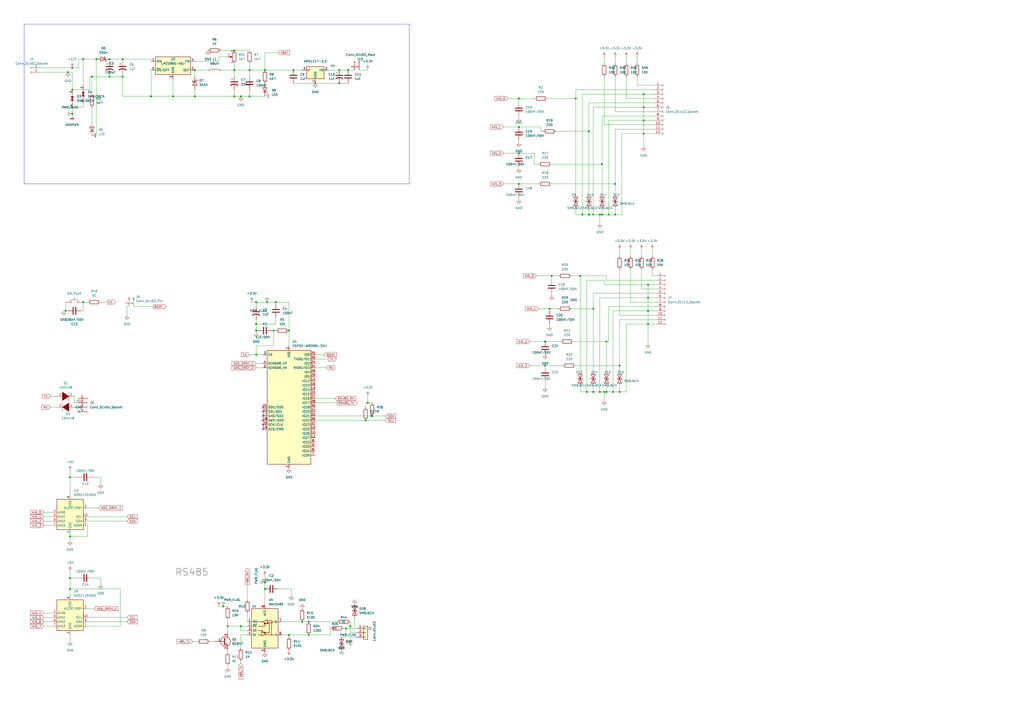
<source format=kicad_sch>
(kicad_sch (version 20230121) (generator eeschema)
  (paper "A2")
  (lib_symbols
    (symbol "Analog_ADC:ADS1115IDGS"
      (property "Reference" "U" (at 2.54 13.97 0))
      (property "Value" "ADS1115IDGS" (at 7.62 11.43 0))
      (symbol "ADS1115IDGS_1_1"
        (pin input line (at 10.16 -5.08 180) (length 2.54) (name "ADDR") (number "1"))
        (pin input line (at 10.16 0 180) (length 2.54) (name "SCL") (number "10"))
        (pin output line (at 10.16 5.08 180) (length 2.54) (name "ALERT/RDY") (number "2"))
        (pin power_in line (at 0 -10.16 90) (length 2.54) (name "GND") (number "3"))
        (pin input line (at -10.16 2.54 0) (length 2.54) (name "AIN0") (number "4"))
        (pin input line (at -10.16 0 0) (length 2.54) (name "AIN1") (number "5"))
        (pin input line (at -10.16 -2.54 0) (length 2.54) (name "AIN2") (number "6"))
        (pin input line (at -10.16 -5.08 0) (length 2.54) (name "AIN3") (number "7"))
        (pin power_in line (at 0 12.7 270) (length 2.54) (name "VDD") (number "8"))
        (pin bidirectional line (at 10.16 -2.54 180) (length 2.54) (name "SDA") (number "9"))
      )
    )
    (symbol "Connector:Conn_01x02_Male" (pin_names (offset 1.016) hide)
      (property "Reference" "J" (at 0 2.54 0))
      (property "Value" "Conn_01x02_Male" (at 0 -5.08 0))
      (symbol "Conn_01x02_Male_1_1"
        (pin passive line (at 5.08 0 180) (length 3.81) (name "Pin_1") (number "1"))
        (pin passive line (at 5.08 -2.54 180) (length 3.81) (name "Pin_2") (number "2"))
      )
    )
    (symbol "Connector:Conn_01x02_Pin" (pin_names (offset 1.016) hide)
      (property "Reference" "J" (at 0 2.54 0))
      (property "Value" "Conn_01x02_Pin" (at 0 -5.08 0))
      (symbol "Conn_01x02_Pin_1_1"
        (pin passive line (at 5.08 0 180) (length 3.81) (name "Pin_1") (number "1"))
        (pin passive line (at 5.08 -2.54 180) (length 3.81) (name "Pin_2") (number "2"))
      )
    )
    (symbol "Connector:Conn_01x02_Socket" (pin_names (offset 1.016) hide)
      (property "Reference" "J" (at 0 2.54 0))
      (property "Value" "Conn_01x02_Socket" (at 0 -5.08 0))
      (symbol "Conn_01x02_Socket_1_1"
        (pin passive line (at -5.08 0 0) (length 3.81) (name "Pin_1") (number "1"))
        (pin passive line (at -5.08 -2.54 0) (length 3.81) (name "Pin_2") (number "2"))
      )
    )
    (symbol "Connector:Conn_01x04_Socket" (pin_names (offset 1.016) hide)
      (property "Reference" "J" (at 0 5.08 0))
      (property "Value" "Conn_01x04_Socket" (at 0 -7.62 0))
      (symbol "Conn_01x04_Socket_1_1"
        (pin passive line (at -5.08 2.54 0) (length 3.81) (name "Pin_1") (number "1"))
        (pin passive line (at -5.08 0 0) (length 3.81) (name "Pin_2") (number "2"))
        (pin passive line (at -5.08 -2.54 0) (length 3.81) (name "Pin_3") (number "3"))
        (pin passive line (at -5.08 -5.08 0) (length 3.81) (name "Pin_4") (number "4"))
      )
    )
    (symbol "Connector:Conn_01x12_Socket" (pin_names (offset 1.016) hide)
      (property "Reference" "J" (at 0 15.24 0))
      (property "Value" "Conn_01x12_Socket" (at 0 -17.78 0))
      (symbol "Conn_01x12_Socket_1_1"
        (pin passive line (at -5.08 12.7 0) (length 3.81) (name "Pin_1") (number "1"))
        (pin passive line (at -5.08 -10.16 0) (length 3.81) (name "Pin_10") (number "10"))
        (pin passive line (at -5.08 -12.7 0) (length 3.81) (name "Pin_11") (number "11"))
        (pin passive line (at -5.08 -15.24 0) (length 3.81) (name "Pin_12") (number "12"))
        (pin passive line (at -5.08 10.16 0) (length 3.81) (name "Pin_2") (number "2"))
        (pin passive line (at -5.08 7.62 0) (length 3.81) (name "Pin_3") (number "3"))
        (pin passive line (at -5.08 5.08 0) (length 3.81) (name "Pin_4") (number "4"))
        (pin passive line (at -5.08 2.54 0) (length 3.81) (name "Pin_5") (number "5"))
        (pin passive line (at -5.08 0 0) (length 3.81) (name "Pin_6") (number "6"))
        (pin passive line (at -5.08 -2.54 0) (length 3.81) (name "Pin_7") (number "7"))
        (pin passive line (at -5.08 -5.08 0) (length 3.81) (name "Pin_8") (number "8"))
        (pin passive line (at -5.08 -7.62 0) (length 3.81) (name "Pin_9") (number "9"))
      )
    )
    (symbol "Connector_Generic:Conn_01x03" (pin_names (offset 1.016) hide)
      (property "Reference" "J" (at 0 5.08 0))
      (property "Value" "Conn_01x03" (at 0 -5.08 0))
      (symbol "Conn_01x03_1_1"
        (pin passive line (at -5.08 2.54 0) (length 3.81) (name "Pin_1") (number "1"))
        (pin passive line (at -5.08 0 0) (length 3.81) (name "Pin_2") (number "2"))
        (pin passive line (at -5.08 -2.54 0) (length 3.81) (name "Pin_3") (number "3"))
      )
    )
    (symbol "Device:C" (pin_numbers hide) (pin_names (offset 0.254))
      (property "Reference" "C" (at 0.635 2.54 0))
      (property "Value" "C" (at 0.635 -2.54 0))
      (symbol "C_1_1"
        (pin passive line (at 0 3.81 270) (length 2.794) (name "~") (number "1"))
        (pin passive line (at 0 -3.81 90) (length 2.794) (name "~") (number "2"))
      )
    )
    (symbol "Device:C_Polarized_US" (pin_numbers hide) (pin_names (offset 0.254) hide)
      (property "Reference" "C" (at 0.635 2.54 0))
      (property "Value" "C_Polarized_US" (at 0.635 -2.54 0))
      (symbol "C_Polarized_US_1_1"
        (pin passive line (at 0 3.81 270) (length 2.794) (name "~") (number "1"))
        (pin passive line (at 0 -3.81 90) (length 3.302) (name "~") (number "2"))
      )
    )
    (symbol "Device:D_TVS" (pin_numbers hide) (pin_names (offset 1.016) hide)
      (property "Reference" "D" (at 0 2.54 0))
      (property "Value" "D_TVS" (at 0 -2.54 0))
      (symbol "D_TVS_1_1"
        (pin passive line (at -3.81 0 0) (length 2.54) (name "A1") (number "1"))
        (pin passive line (at 3.81 0 180) (length 2.54) (name "A2") (number "2"))
      )
    )
    (symbol "Device:L" (pin_numbers hide) (pin_names (offset 1.016) hide)
      (property "Reference" "L" (at -1.27 0 90))
      (property "Value" "L" (at 1.905 0 90))
      (symbol "L_1_1"
        (pin passive line (at 0 3.81 270) (length 1.27) (name "1") (number "1"))
        (pin passive line (at 0 -3.81 90) (length 1.27) (name "2") (number "2"))
      )
    )
    (symbol "Device:LED" (pin_numbers hide) (pin_names (offset 1.016) hide)
      (property "Reference" "D" (at 0 2.54 0))
      (property "Value" "LED" (at 0 -2.54 0))
      (symbol "LED_1_1"
        (pin passive line (at -3.81 0 0) (length 2.54) (name "K") (number "1"))
        (pin passive line (at 3.81 0 180) (length 2.54) (name "A") (number "2"))
      )
    )
    (symbol "Device:R" (pin_numbers hide) (pin_names (offset 0))
      (property "Reference" "R" (at 2.032 0 90))
      (property "Value" "R" (at 0 0 90))
      (symbol "R_1_1"
        (pin passive line (at 0 3.81 270) (length 1.27) (name "~") (number "1"))
        (pin passive line (at 0 -3.81 90) (length 1.27) (name "~") (number "2"))
      )
    )
    (symbol "Device:R_Potentiometer" (pin_names (offset 1.016) hide)
      (property "Reference" "RV" (at -4.445 0 90))
      (property "Value" "R_Potentiometer" (at -2.54 0 90))
      (symbol "R_Potentiometer_1_1"
        (pin passive line (at 0 3.81 270) (length 1.27) (name "1") (number "1"))
        (pin passive line (at 3.81 0 180) (length 1.27) (name "2") (number "2"))
        (pin passive line (at 0 -3.81 90) (length 1.27) (name "3") (number "3"))
      )
    )
    (symbol "Diode:1N5822" (pin_numbers hide) (pin_names (offset 1.016) hide)
      (property "Reference" "D" (at 0 2.54 0))
      (property "Value" "1N5822" (at 0 -2.54 0))
      (symbol "1N5822_1_1"
        (pin passive line (at -3.81 0 0) (length 2.54) (name "K") (number "1"))
        (pin passive line (at 3.81 0 180) (length 2.54) (name "A") (number "2"))
      )
    )
    (symbol "Diode:B340" (pin_numbers hide) (pin_names (offset 1.016) hide)
      (property "Reference" "D" (at 0 2.54 0))
      (property "Value" "B340" (at 0 -2.54 0))
      (symbol "B340_1_1"
        (pin passive line (at -3.81 0 0) (length 2.54) (name "K") (number "1"))
        (pin passive line (at 3.81 0 180) (length 2.54) (name "A") (number "2"))
      )
    )
    (symbol "GND_1" (power) (pin_names (offset 0))
      (property "Value" "GND_1" (at 0 -3.81 0))
      (symbol "GND_1_1_1"
        (pin power_in line (at 0 0 270) (length 0) hide (name "GND") (number "1"))
      )
    )
    (symbol "GND_2" (power) (pin_names (offset 0))
      (property "Value" "GND_2" (at 0 -3.81 0))
      (symbol "GND_2_1_1"
        (pin power_in line (at 0 0 270) (length 0) hide (name "GND") (number "1"))
      )
    )
    (symbol "GND_3" (power) (pin_names (offset 0))
      (property "Value" "GND_3" (at 0 -3.81 0))
      (symbol "GND_3_1_1"
        (pin power_in line (at 0 0 270) (length 0) hide (name "GND") (number "1"))
      )
    )
    (symbol "GND_4" (power) (pin_names (offset 0))
      (property "Value" "GND_4" (at 0 -3.81 0))
      (symbol "GND_4_1_1"
        (pin power_in line (at 0 0 270) (length 0) hide (name "GND") (number "1"))
      )
    )
    (symbol "Interface_UART:MAX3485"
      (property "Reference" "U" (at -6.096 11.43 0))
      (property "Value" "MAX3485" (at 0.762 11.43 0))
      (symbol "MAX3485_1_1"
        (pin output line (at -10.16 2.54 0) (length 2.54) (name "RO") (number "1"))
        (pin input line (at -10.16 0 0) (length 2.54) (name "~{RE}") (number "2"))
        (pin input line (at -10.16 -2.54 0) (length 2.54) (name "DE") (number "3"))
        (pin input line (at -10.16 -5.08 0) (length 2.54) (name "DI") (number "4"))
        (pin power_in line (at 0 -15.24 90) (length 2.54) (name "GND") (number "5"))
        (pin bidirectional line (at 10.16 -5.08 180) (length 2.54) (name "A") (number "6"))
        (pin bidirectional line (at 10.16 2.54 180) (length 2.54) (name "B") (number "7"))
        (pin power_in line (at 0 12.7 270) (length 2.54) (name "VCC") (number "8"))
      )
    )
    (symbol "RF_Module:ESP32-WROOM-32U"
      (property "Reference" "U" (at -12.7 34.29 0))
      (property "Value" "ESP32-WROOM-32U" (at 1.27 34.29 0))
      (symbol "ESP32-WROOM-32U_1_1"
        (pin power_in line (at 0 -35.56 90) (length 2.54) (name "GND") (number "1"))
        (pin bidirectional line (at 15.24 -12.7 180) (length 2.54) (name "IO25") (number "10"))
        (pin bidirectional line (at 15.24 -15.24 180) (length 2.54) (name "IO26") (number "11"))
        (pin bidirectional line (at 15.24 -17.78 180) (length 2.54) (name "IO27") (number "12"))
        (pin bidirectional line (at 15.24 10.16 180) (length 2.54) (name "IO14") (number "13"))
        (pin bidirectional line (at 15.24 15.24 180) (length 2.54) (name "IO12") (number "14"))
        (pin passive line (at 0 -35.56 90) (length 2.54) hide (name "GND") (number "15"))
        (pin bidirectional line (at 15.24 12.7 180) (length 2.54) (name "IO13") (number "16"))
        (pin bidirectional line (at -15.24 -5.08 0) (length 2.54) (name "SHD/SD2") (number "17"))
        (pin bidirectional line (at -15.24 -7.62 0) (length 2.54) (name "SWP/SD3") (number "18"))
        (pin bidirectional line (at -15.24 -12.7 0) (length 2.54) (name "SCS/CMD") (number "19"))
        (pin power_in line (at 0 35.56 270) (length 2.54) (name "VDD") (number "2"))
        (pin bidirectional line (at -15.24 -10.16 0) (length 2.54) (name "SCK/CLK") (number "20"))
        (pin bidirectional line (at -15.24 0 0) (length 2.54) (name "SDO/SD0") (number "21"))
        (pin bidirectional line (at -15.24 -2.54 0) (length 2.54) (name "SDI/SD1") (number "22"))
        (pin bidirectional line (at 15.24 7.62 180) (length 2.54) (name "IO15") (number "23"))
        (pin bidirectional line (at 15.24 25.4 180) (length 2.54) (name "IO2") (number "24"))
        (pin bidirectional line (at 15.24 30.48 180) (length 2.54) (name "IO0") (number "25"))
        (pin bidirectional line (at 15.24 20.32 180) (length 2.54) (name "IO4") (number "26"))
        (pin bidirectional line (at 15.24 5.08 180) (length 2.54) (name "IO16") (number "27"))
        (pin bidirectional line (at 15.24 2.54 180) (length 2.54) (name "IO17") (number "28"))
        (pin bidirectional line (at 15.24 17.78 180) (length 2.54) (name "IO5") (number "29"))
        (pin input line (at -15.24 30.48 0) (length 2.54) (name "EN") (number "3"))
        (pin bidirectional line (at 15.24 0 180) (length 2.54) (name "IO18") (number "30"))
        (pin bidirectional line (at 15.24 -2.54 180) (length 2.54) (name "IO19") (number "31"))
        (pin no_connect line (at -12.7 -27.94 0) (length 2.54) hide (name "NC") (number "32"))
        (pin bidirectional line (at 15.24 -5.08 180) (length 2.54) (name "IO21") (number "33"))
        (pin bidirectional line (at 15.24 22.86 180) (length 2.54) (name "RXD0/IO3") (number "34"))
        (pin bidirectional line (at 15.24 27.94 180) (length 2.54) (name "TXD0/IO1") (number "35"))
        (pin bidirectional line (at 15.24 -7.62 180) (length 2.54) (name "IO22") (number "36"))
        (pin bidirectional line (at 15.24 -10.16 180) (length 2.54) (name "IO23") (number "37"))
        (pin passive line (at 0 -35.56 90) (length 2.54) hide (name "GND") (number "38"))
        (pin passive line (at 0 -35.56 90) (length 2.54) hide (name "GND") (number "39"))
        (pin input line (at -15.24 25.4 0) (length 2.54) (name "SENSOR_VP") (number "4"))
        (pin input line (at -15.24 22.86 0) (length 2.54) (name "SENSOR_VN") (number "5"))
        (pin input line (at 15.24 -25.4 180) (length 2.54) (name "IO34") (number "6"))
        (pin input line (at 15.24 -27.94 180) (length 2.54) (name "IO35") (number "7"))
        (pin bidirectional line (at 15.24 -20.32 180) (length 2.54) (name "IO32") (number "8"))
        (pin bidirectional line (at 15.24 -22.86 180) (length 2.54) (name "IO33") (number "9"))
      )
    )
    (symbol "Regulator_Linear:AMS1117-5.0" (pin_names (offset 0.254))
      (property "Reference" "U" (at -3.81 3.175 0))
      (property "Value" "AMS1117-5.0" (at 0 3.175 0))
      (symbol "AMS1117-5.0_1_1"
        (pin power_in line (at 0 -7.62 90) (length 2.54) (name "GND") (number "1"))
        (pin power_out line (at 7.62 0 180) (length 2.54) (name "VO") (number "2"))
        (pin power_in line (at -7.62 0 0) (length 2.54) (name "VI") (number "3"))
      )
    )
    (symbol "Regulator_Switching:LM2596S-12"
      (property "Reference" "U" (at -10.16 6.35 0))
      (property "Value" "LM2596S-12" (at 0 6.35 0))
      (symbol "LM2596S-12_1_1"
        (pin power_in line (at -12.7 2.54 0) (length 2.54) (name "VIN") (number "1"))
        (pin output line (at 12.7 -2.54 180) (length 2.54) (name "OUT") (number "2"))
        (pin power_in line (at 0 -7.62 90) (length 2.54) (name "GND") (number "3"))
        (pin input line (at 12.7 2.54 180) (length 2.54) (name "FB") (number "4"))
        (pin input line (at -12.7 -2.54 0) (length 2.54) (name "~{ON}/OFF") (number "5"))
      )
    )
    (symbol "SMBJ36CA:SMBJ36CA" (pin_names (offset 1.016))
      (property "Reference" "D" (at -5.08 2.54 0))
      (property "Value" "SMBJ36CA" (at -5.08 -5.08 0))
      (symbol "SMBJ36CA_0_0"
        (pin passive line (at -5.08 0 0) (length 2.54) (name "~") (number "1"))
        (pin passive line (at 5.08 0 180) (length 2.54) (name "~") (number "2"))
      )
    )
    (symbol "Switch:SW_Push" (pin_numbers hide) (pin_names (offset 1.016) hide)
      (property "Reference" "SW" (at 1.27 2.54 0))
      (property "Value" "SW_Push" (at 0 -1.524 0))
      (symbol "SW_Push_0_1"
        (pin passive line (at -5.08 0 0) (length 2.54) (name "1") (number "1"))
        (pin passive line (at 5.08 0 180) (length 2.54) (name "2") (number "2"))
      )
    )
    (symbol "Transistor_BJT:BC847" (pin_names (offset 0) hide)
      (property "Reference" "Q" (at 5.08 1.905 0))
      (property "Value" "BC847" (at 5.08 0 0))
      (symbol "BC847_1_1"
        (pin input line (at -5.08 0 0) (length 5.715) (name "B") (number "1"))
        (pin passive line (at 2.54 -5.08 90) (length 2.54) (name "E") (number "2"))
        (pin passive line (at 2.54 5.08 270) (length 2.54) (name "C") (number "3"))
      )
    )
    (symbol "power:+12V" (power) (pin_names (offset 0))
      (property "Value" "+12V" (at 0 3.556 0))
      (symbol "+12V_1_1"
        (pin power_in line (at 0 0 90) (length 0) hide (name "+12V") (number "1"))
      )
    )
    (symbol "power:+3.3V" (power) (pin_names (offset 0))
      (property "Value" "+3.3V" (at 0 3.556 0))
      (symbol "+3.3V_1_1"
        (pin power_in line (at 0 0 90) (length 0) hide (name "+3.3V") (number "1"))
      )
    )
    (symbol "power:+5V" (power) (pin_names (offset 0))
      (property "Value" "+5V" (at 0 3.556 0))
      (symbol "+5V_1_1"
        (pin power_in line (at 0 0 90) (length 0) hide (name "+5V") (number "1"))
      )
    )
    (symbol "power:Earth" (power) (pin_names (offset 0))
      (symbol "Earth_1_1"
        (pin power_in line (at 0 0 270) (length 0) hide (name "Earth") (number "1"))
      )
    )
    (symbol "power:GND" (power) (pin_names (offset 0))
      (property "Value" "GND" (at 0 -3.81 0))
      (symbol "GND_1_1"
        (pin power_in line (at 0 0 270) (length 0) hide (name "GND") (number "1"))
      )
    )
    (symbol "power:GNDPWR" (power) (pin_names (offset 0))
      (property "Value" "GNDPWR" (at 0 -3.302 0))
      (symbol "GNDPWR_1_1"
        (pin power_in line (at 0 0 270) (length 0) hide (name "GNDPWR") (number "1"))
      )
    )
    (symbol "power:PWR_FLAG" (power) (pin_numbers hide) (pin_names (offset 0) hide)
      (property "Value" "PWR_FLAG" (at 0 3.81 0))
      (symbol "PWR_FLAG_0_0"
        (pin power_out line (at 0 0 90) (length 0) (name "pwr") (number "1"))
      )
    )
    (symbol "pspice:DIODE" (pin_names (offset 1.016) hide)
      (property "Reference" "D" (at 0 3.81 0))
      (property "Value" "DIODE" (at 0 -4.445 0))
      (symbol "DIODE_1_1"
        (pin input line (at -5.08 0 0) (length 3.81) (name "K") (number "1"))
        (pin input line (at 5.08 0 180) (length 3.81) (name "A") (number "2"))
      )
    )
  )
  (junction (at 350.52 227.33))
  (junction (at 48.26 34.29))
  (junction (at 349.25 124.46))
  (junction (at 355.6 227.33))
  (junction (at 373.38 69.85))
  (junction (at 341.63 76.2))
  (junction (at 153.67 341.63))
  (junction (at 373.38 77.47))
  (junction (at 144.78 40.64))
  (junction (at 212.09 243.84))
  (junction (at 300.99 73.66))
  (junction (at 175.26 360.68))
  (junction (at 154.94 175.26))
  (junction (at 300.99 88.9))
  (junction (at 351.79 198.12))
  (junction (at 373.38 54.61))
  (junction (at 55.88 34.29))
  (junction (at 135.89 40.64))
  (junction (at 63.5 34.29))
  (junction (at 41.91 52.07))
  (junction (at 349.25 95.25))
  (junction (at 353.06 124.46))
  (junction (at 203.2 372.11))
  (junction (at 201.93 40.64))
  (junction (at 148.59 175.26))
  (junction (at 40.64 311.15))
  (junction (at 356.87 106.68))
  (junction (at 344.17 227.33))
  (junction (at 375.92 180.34))
  (junction (at 63.5 44.45))
  (junction (at 113.03 40.64))
  (junction (at 359.41 212.09))
  (junction (at 318.77 179.07))
  (junction (at 179.07 368.3))
  (junction (at 144.78 55.88))
  (junction (at 41.91 62.23))
  (junction (at 129.54 351.79))
  (junction (at 341.63 124.46))
  (junction (at 167.64 368.3))
  (junction (at 373.38 62.23))
  (junction (at 135.89 55.88))
  (junction (at 139.7 55.88))
  (junction (at 200.66 364.49))
  (junction (at 340.36 227.33))
  (junction (at 203.2 363.22))
  (junction (at 48.26 175.26))
  (junction (at 71.12 44.45))
  (junction (at 153.67 337.82))
  (junction (at 41.91 66.04))
  (junction (at 160.02 175.26))
  (junction (at 139.7 363.22))
  (junction (at 336.55 160.02))
  (junction (at 100.33 55.88))
  (junction (at 316.23 212.09))
  (junction (at 316.23 198.12))
  (junction (at 170.18 40.64))
  (junction (at 300.99 106.68))
  (junction (at 215.9 241.3))
  (junction (at 375.92 172.72))
  (junction (at 41.91 39.37))
  (junction (at 148.59 191.77))
  (junction (at 40.64 341.63))
  (junction (at 39.37 41.91))
  (junction (at 320.04 160.02))
  (junction (at 344.17 179.07))
  (junction (at 40.64 276.86))
  (junction (at 132.08 363.22))
  (junction (at 196.85 40.64))
  (junction (at 182.88 48.26))
  (junction (at 344.17 124.46))
  (junction (at 347.98 124.46))
  (junction (at 40.64 335.28))
  (junction (at 300.99 57.15))
  (junction (at 148.59 205.74))
  (junction (at 356.87 124.46))
  (junction (at 71.12 34.29))
  (junction (at 179.07 360.68))
  (junction (at 347.98 227.33))
  (junction (at 375.92 165.1))
  (junction (at 87.63 55.88))
  (junction (at 153.67 40.64))
  (junction (at 167.64 191.77))
  (junction (at 351.79 227.33))
  (junction (at 337.82 124.46))
  (junction (at 196.85 48.26))
  (junction (at 53.34 44.45))
  (junction (at 334.01 57.15))
  (junction (at 148.59 187.96))
  (junction (at 158.75 191.77))
  (junction (at 359.41 227.33))
  (junction (at 135.89 29.21))
  (junction (at 38.1 180.34))
  (junction (at 113.03 55.88))
  (junction (at 213.36 233.68))
  (junction (at 375.92 187.96))
  (no_connect (at 45.72 238.76))
  (no_connect (at 152.4 241.3))
  (no_connect (at 152.4 243.84))
  (no_connect (at 152.4 236.22))
  (no_connect (at 152.4 246.38))
  (no_connect (at 152.4 248.92))
  (no_connect (at 152.4 238.76))
  (wire (pts (xy 336.55 227.33) (xy 340.36 227.33)))
  (wire (pts (xy 372.11 167.64) (xy 381 167.64)))
  (wire (pts (xy 359.41 144.78) (xy 359.41 148.59)))
  (wire (pts (xy 25.4 297.18) (xy 30.48 297.18)))
  (wire (pts (xy 196.85 40.64) (xy 190.5 40.64)))
  (wire (pts (xy 350.52 165.1) (xy 350.52 162.56)))
  (wire (pts (xy 40.64 273.05) (xy 40.64 276.86)))
  (wire (pts (xy 375.92 172.72) (xy 375.92 180.34)))
  (wire (pts (xy 373.38 62.23) (xy 373.38 69.85)))
  (wire (pts (xy 344.17 124.46) (xy 347.98 124.46)))
  (wire (pts (xy 58.42 175.26) (xy 62.23 175.26)))
  (wire (pts (xy 198.12 369.57) (xy 200.66 369.57)))
  (wire (pts (xy 196.85 40.64) (xy 201.93 40.64)))
  (wire (pts (xy 312.42 179.07) (xy 318.77 179.07)))
  (wire (pts (xy 77.47 177.8) (xy 88.9 177.8)))
  (wire (pts (xy 344.17 170.18) (xy 381 170.18)))
  (wire (pts (xy 356.87 74.93) (xy 379.73 74.93)))
  (wire (pts (xy 353.06 124.46) (xy 356.87 124.46)))
  (wire (pts (xy 347.98 172.72) (xy 347.98 227.33)))
  (wire (pts (xy 143.51 339.09) (xy 143.51 347.98)))
  (wire (pts (xy 144.78 44.45) (xy 144.78 40.64)))
  (wire (pts (xy 373.38 77.47) (xy 379.73 77.47)))
  (wire (pts (xy 320.04 106.68) (xy 356.87 106.68)))
  (wire (pts (xy 179.07 368.3) (xy 191.77 368.3)))
  (wire (pts (xy 139.7 383.54) (xy 139.7 384.81)))
  (wire (pts (xy 50.8 358.14) (xy 73.66 358.14)))
  (wire (pts (xy 334.01 212.09) (xy 359.41 212.09)))
  (wire (pts (xy 127 35.56) (xy 127 33.02)))
  (wire (pts (xy 317.5 57.15) (xy 334.01 57.15)))
  (wire (pts (xy 347.98 227.33) (xy 350.52 227.33)))
  (wire (pts (xy 320.04 95.25) (xy 349.25 95.25)))
  (wire (pts (xy 41.91 41.91) (xy 41.91 52.07)))
  (wire (pts (xy 50.8 299.72) (xy 73.66 299.72)))
  (wire (pts (xy 52.07 44.45) (xy 53.34 44.45)))
  (wire (pts (xy 373.38 54.61) (xy 379.73 54.61)))
  (wire (pts (xy 344.17 227.33) (xy 347.98 227.33)))
  (wire (pts (xy 359.41 185.42) (xy 381 185.42)))
  (wire (pts (xy 144.78 55.88) (xy 153.67 55.88)))
  (wire (pts (xy 144.78 40.64) (xy 153.67 40.64)))
  (wire (pts (xy 351.79 215.9) (xy 351.79 198.12)))
  (wire (pts (xy 48.26 34.29) (xy 48.26 49.53)))
  (wire (pts (xy 182.88 231.14) (xy 194.31 231.14)))
  (wire (pts (xy 25.4 355.6) (xy 30.48 355.6)))
  (wire (pts (xy 212.09 243.84) (xy 223.52 243.84)))
  (wire (pts (xy 205.74 363.22) (xy 203.2 363.22)))
  (wire (pts (xy 334.01 57.15) (xy 334.01 113.03)))
  (wire (pts (xy 292.1 88.9) (xy 300.99 88.9)))
  (wire (pts (xy 372.11 156.21) (xy 372.11 167.64)))
  (wire (pts (xy 351.79 162.56) (xy 351.79 160.02)))
  (wire (pts (xy 52.07 52.07) (xy 52.07 44.45)))
  (wire (pts (xy 341.63 59.69) (xy 341.63 76.2)))
  (wire (pts (xy 182.88 48.26) (xy 196.85 48.26)))
  (wire (pts (xy 359.41 156.21) (xy 359.41 182.88)))
  (wire (pts (xy 50.8 304.8) (xy 50.8 311.15)))
  (wire (pts (xy 139.7 368.3) (xy 139.7 375.92)))
  (wire (pts (xy 25.4 302.26) (xy 30.48 302.26)))
  (wire (pts (xy 292.1 106.68) (xy 300.99 106.68)))
  (wire (pts (xy 71.12 44.45) (xy 71.12 55.88)))
  (wire (pts (xy 307.34 198.12) (xy 316.23 198.12)))
  (wire (pts (xy 203.2 363.22) (xy 203.2 367.03)))
  (wire (pts (xy 363.22 187.96) (xy 363.22 227.33)))
  (wire (pts (xy 350.52 162.56) (xy 340.36 162.56)))
  (wire (pts (xy 336.55 160.02) (xy 336.55 215.9)))
  (wire (pts (xy 309.88 95.25) (xy 312.42 95.25)))
  (wire (pts (xy 58.42 335.28) (xy 58.42 339.09)))
  (wire (pts (xy 148.59 191.77) (xy 148.59 193.04)))
  (wire (pts (xy 212.09 233.68) (xy 213.36 233.68)))
  (wire (pts (xy 143.51 368.3) (xy 139.7 368.3)))
  (wire (pts (xy 139.7 365.76) (xy 143.51 365.76)))
  (wire (pts (xy 363.22 57.15) (xy 379.73 57.15)))
  (wire (pts (xy 363.22 33.02) (xy 363.22 36.83)))
  (wire (pts (xy 71.12 44.45) (xy 71.12 43.18)))
  (wire (pts (xy 356.87 64.77) (xy 379.73 64.77)))
  (wire (pts (xy 158.75 191.77) (xy 158.75 200.66)))
  (wire (pts (xy 378.46 160.02) (xy 381 160.02)))
  (wire (pts (xy 41.91 52.07) (xy 52.07 52.07)))
  (wire (pts (xy 148.59 187.96) (xy 148.59 191.77)))
  (wire (pts (xy 365.76 175.26) (xy 381 175.26)))
  (wire (pts (xy 160.02 175.26) (xy 167.64 175.26)))
  (wire (pts (xy 167.64 175.26) (xy 167.64 191.77)))
  (wire (pts (xy 318.77 189.23) (xy 318.77 187.96)))
  (wire (pts (xy 350.52 44.45) (xy 350.52 72.39)))
  (wire (pts (xy 334.01 52.07) (xy 379.73 52.07)))
  (wire (pts (xy 351.79 227.33) (xy 355.6 227.33)))
  (wire (pts (xy 300.99 114.3) (xy 300.99 115.57)))
  (wire (pts (xy 148.59 210.82) (xy 152.4 210.82)))
  (wire (pts (xy 369.57 33.02) (xy 369.57 36.83)))
  (wire (pts (xy 316.23 220.98) (xy 316.23 224.79)))
  (wire (pts (xy 148.59 213.36) (xy 152.4 213.36)))
  (wire (pts (xy 69.85 363.22) (xy 69.85 341.63)))
  (wire (pts (xy 111.76 372.11) (xy 114.3 372.11)))
  (wire (pts (xy 341.63 59.69) (xy 379.73 59.69)))
  (wire (pts (xy 375.92 180.34) (xy 375.92 187.96)))
  (wire (pts (xy 350.52 72.39) (xy 379.73 72.39)))
  (wire (pts (xy 113.03 44.45) (xy 113.03 40.64)))
  (wire (pts (xy 355.6 180.34) (xy 355.6 227.33)))
  (wire (pts (xy 167.64 369.57) (xy 167.64 368.3)))
  (wire (pts (xy 157.48 191.77) (xy 158.75 191.77)))
  (wire (pts (xy 148.59 175.26) (xy 148.59 177.8)))
  (wire (pts (xy 356.87 44.45) (xy 356.87 64.77)))
  (wire (pts (xy 167.64 368.3) (xy 179.07 368.3)))
  (wire (pts (xy 50.8 311.15) (xy 40.64 311.15)))
  (wire (pts (xy 207.01 369.57) (xy 203.2 369.57)))
  (wire (pts (xy 113.03 55.88) (xy 135.89 55.88)))
  (wire (pts (xy 182.88 208.28) (xy 190.5 208.28)))
  (wire (pts (xy 373.38 69.85) (xy 373.38 77.47)))
  (wire (pts (xy 153.67 334.01) (xy 153.67 337.82)))
  (wire (pts (xy 316.23 198.12) (xy 325.12 198.12)))
  (wire (pts (xy 22.86 41.91) (xy 39.37 41.91)))
  (wire (pts (xy 87.63 34.29) (xy 87.63 35.56)))
  (wire (pts (xy 356.87 74.93) (xy 356.87 106.68)))
  (wire (pts (xy 313.69 76.2) (xy 314.96 76.2)))
  (wire (pts (xy 146.05 175.26) (xy 148.59 175.26)))
  (wire (pts (xy 341.63 76.2) (xy 341.63 113.03)))
  (wire (pts (xy 25.4 358.14) (xy 30.48 358.14)))
  (wire (pts (xy 351.79 223.52) (xy 351.79 227.33)))
  (wire (pts (xy 139.7 363.22) (xy 143.51 363.22)))
  (wire (pts (xy 322.58 76.2) (xy 341.63 76.2)))
  (wire (pts (xy 337.82 54.61) (xy 337.82 124.46)))
  (wire (pts (xy 355.6 227.33) (xy 359.41 227.33)))
  (wire (pts (xy 378.46 156.21) (xy 378.46 160.02)))
  (wire (pts (xy 182.88 213.36) (xy 189.23 213.36)))
  (wire (pts (xy 53.34 335.28) (xy 58.42 335.28)))
  (wire (pts (xy 153.67 30.48) (xy 153.67 40.64)))
  (wire (pts (xy 135.89 36.83) (xy 135.89 40.64)))
  (wire (pts (xy 313.69 73.66) (xy 313.69 76.2)))
  (wire (pts (xy 191.77 368.3) (xy 191.77 364.49)))
  (wire (pts (xy 113.03 35.56) (xy 127 35.56)))
  (wire (pts (xy 40.64 331.47) (xy 40.64 335.28)))
  (wire (pts (xy 300.99 57.15) (xy 309.88 57.15)))
  (wire (pts (xy 58.42 276.86) (xy 58.42 280.67)))
  (wire (pts (xy 353.06 198.12) (xy 351.79 198.12)))
  (wire (pts (xy 50.8 353.06) (xy 54.61 353.06)))
  (wire (pts (xy 48.26 175.26) (xy 48.26 180.34)))
  (wire (pts (xy 344.17 170.18) (xy 344.17 179.07)))
  (wire (pts (xy 87.63 40.64) (xy 87.63 55.88)))
  (wire (pts (xy 350.52 33.02) (xy 350.52 36.83)))
  (wire (pts (xy 336.55 223.52) (xy 336.55 227.33)))
  (wire (pts (xy 318.77 180.34) (xy 318.77 179.07)))
  (wire (pts (xy 41.91 62.23) (xy 41.91 66.04)))
  (wire (pts (xy 129.54 351.79) (xy 132.08 351.79)))
  (wire (pts (xy 212.09 236.22) (xy 212.09 233.68)))
  (wire (pts (xy 353.06 69.85) (xy 373.38 69.85)))
  (wire (pts (xy 100.33 55.88) (xy 113.03 55.88)))
  (wire (pts (xy 203.2 360.68) (xy 203.2 363.22)))
  (wire (pts (xy 300.99 59.69) (xy 300.99 57.15)))
  (wire (pts (xy 168.91 341.63) (xy 168.91 345.44)))
  (polyline (pts (xy 13.97 13.97) (xy 237.49 13.97)))
  (wire (pts (xy 373.38 62.23) (xy 379.73 62.23)))
  (wire (pts (xy 113.03 52.07) (xy 113.03 55.88)))
  (wire (pts (xy 311.15 160.02) (xy 320.04 160.02)))
  (wire (pts (xy 331.47 179.07) (xy 344.17 179.07)))
  (wire (pts (xy 347.98 124.46) (xy 349.25 124.46)))
  (wire (pts (xy 351.79 162.56) (xy 381 162.56)))
  (wire (pts (xy 356.87 33.02) (xy 356.87 36.83)))
  (wire (pts (xy 50.8 360.68) (xy 73.66 360.68)))
  (wire (pts (xy 25.4 299.72) (xy 30.48 299.72)))
  (wire (pts (xy 132.08 363.22) (xy 132.08 367.03)))
  (wire (pts (xy 347.98 172.72) (xy 375.92 172.72)))
  (wire (pts (xy 350.52 227.33) (xy 350.52 232.41)))
  (wire (pts (xy 139.7 55.88) (xy 144.78 55.88)))
  (wire (pts (xy 43.18 236.22) (xy 45.72 236.22)))
  (wire (pts (xy 135.89 40.64) (xy 144.78 40.64)))
  (wire (pts (xy 41.91 39.37) (xy 45.72 39.37)))
  (wire (pts (xy 179.07 360.68) (xy 195.58 360.68)))
  (wire (pts (xy 309.88 88.9) (xy 309.88 95.25)))
  (wire (pts (xy 148.59 185.42) (xy 148.59 187.96)))
  (wire (pts (xy 46.99 180.34) (xy 48.26 180.34)))
  (wire (pts (xy 48.26 175.26) (xy 50.8 175.26)))
  (wire (pts (xy 365.76 156.21) (xy 365.76 175.26)))
  (wire (pts (xy 375.92 180.34) (xy 381 180.34)))
  (wire (pts (xy 359.41 227.33) (xy 363.22 227.33)))
  (wire (pts (xy 196.85 48.26) (xy 201.93 48.26)))
  (wire (pts (xy 320.04 170.18) (xy 320.04 171.45)))
  (wire (pts (xy 161.29 30.48) (xy 153.67 30.48)))
  (wire (pts (xy 71.12 55.88) (xy 87.63 55.88)))
  (wire (pts (xy 132.08 359.41) (xy 132.08 363.22)))
  (wire (pts (xy 144.78 52.07) (xy 144.78 55.88)))
  (wire (pts (xy 300.99 88.9) (xy 309.88 88.9)))
  (wire (pts (xy 40.64 341.63) (xy 40.64 345.44)))
  (wire (pts (xy 356.87 120.65) (xy 356.87 124.46)))
  (wire (pts (xy 359.41 182.88) (xy 381 182.88)))
  (wire (pts (xy 344.17 179.07) (xy 344.17 215.9)))
  (wire (pts (xy 45.72 335.28) (xy 40.64 335.28)))
  (wire (pts (xy 375.92 165.1) (xy 381 165.1)))
  (wire (pts (xy 340.36 162.56) (xy 340.36 227.33)))
  (wire (pts (xy 300.99 67.31) (xy 300.99 68.58)))
  (wire (pts (xy 294.64 57.15) (xy 300.99 57.15)))
  (wire (pts (xy 40.64 276.86) (xy 40.64 287.02)))
  (wire (pts (xy 351.79 160.02) (xy 336.55 160.02)))
  (wire (pts (xy 69.85 341.63) (xy 40.64 341.63)))
  (wire (pts (xy 350.52 165.1) (xy 375.92 165.1)))
  (wire (pts (xy 349.25 67.31) (xy 379.73 67.31)))
  (wire (pts (xy 353.06 69.85) (xy 353.06 124.46)))
  (wire (pts (xy 359.41 223.52) (xy 359.41 227.33)))
  (wire (pts (xy 73.66 177.8) (xy 74.93 177.8)))
  (wire (pts (xy 215.9 241.3) (xy 223.52 241.3)))
  (wire (pts (xy 128.27 40.64) (xy 135.89 40.64)))
  (wire (pts (xy 160.02 184.15) (xy 160.02 187.96)))
  (wire (pts (xy 347.98 124.46) (xy 347.98 129.54)))
  (wire (pts (xy 148.59 191.77) (xy 149.86 191.77)))
  (wire (pts (xy 369.57 44.45) (xy 369.57 49.53)))
  (wire (pts (xy 213.36 233.68) (xy 215.9 233.68)))
  (wire (pts (xy 50.8 363.22) (xy 69.85 363.22)))
  (wire (pts (xy 344.17 62.23) (xy 344.17 124.46)))
  (wire (pts (xy 39.37 41.91) (xy 41.91 41.91)))
  (wire (pts (xy 373.38 54.61) (xy 373.38 62.23)))
  (wire (pts (xy 158.75 191.77) (xy 160.02 191.77)))
  (wire (pts (xy 148.59 175.26) (xy 154.94 175.26)))
  (wire (pts (xy 25.4 363.22) (xy 30.48 363.22)))
  (wire (pts (xy 334.01 52.07) (xy 334.01 57.15)))
  (wire (pts (xy 53.34 78.74) (xy 55.88 78.74)))
  (polyline (pts (xy 237.49 106.68) (xy 13.97 106.68)))
  (wire (pts (xy 132.08 378.46) (xy 132.08 377.19)))
  (wire (pts (xy 36.83 180.34) (xy 38.1 180.34)))
  (wire (pts (xy 203.2 369.57) (xy 203.2 372.11)))
  (wire (pts (xy 341.63 124.46) (xy 344.17 124.46)))
  (wire (pts (xy 378.46 144.78) (xy 378.46 148.59)))
  (wire (pts (xy 369.57 49.53) (xy 379.73 49.53)))
  (wire (pts (xy 213.36 229.87) (xy 213.36 233.68)))
  (wire (pts (xy 316.23 213.36) (xy 316.23 212.09)))
  (wire (pts (xy 127 351.79) (xy 129.54 351.79)))
  (wire (pts (xy 344.17 62.23) (xy 373.38 62.23)))
  (wire (pts (xy 128.27 29.21) (xy 135.89 29.21)))
  (wire (pts (xy 29.21 236.22) (xy 33.02 236.22)))
  (wire (pts (xy 100.33 55.88) (xy 100.33 45.72)))
  (wire (pts (xy 148.59 205.74) (xy 152.4 205.74)))
  (wire (pts (xy 320.04 160.02) (xy 320.04 162.56)))
  (wire (pts (xy 318.77 179.07) (xy 323.85 179.07)))
  (wire (pts (xy 373.38 69.85) (xy 379.73 69.85)))
  (wire (pts (xy 175.26 40.64) (xy 170.18 40.64)))
  (polyline (pts (xy 13.97 106.68) (xy 13.97 13.97)))
  (wire (pts (xy 334.01 124.46) (xy 337.82 124.46)))
  (wire (pts (xy 143.51 355.6) (xy 143.51 360.68)))
  (wire (pts (xy 350.52 227.33) (xy 351.79 227.33)))
  (wire (pts (xy 135.89 29.21) (xy 144.78 29.21)))
  (wire (pts (xy 344.17 223.52) (xy 344.17 227.33)))
  (wire (pts (xy 337.82 54.61) (xy 373.38 54.61)))
  (wire (pts (xy 360.68 77.47) (xy 373.38 77.47)))
  (wire (pts (xy 375.92 172.72) (xy 381 172.72)))
  (wire (pts (xy 63.5 43.18) (xy 63.5 44.45)))
  (wire (pts (xy 182.88 241.3) (xy 215.9 241.3)))
  (wire (pts (xy 132.08 363.22) (xy 139.7 363.22)))
  (wire (pts (xy 87.63 55.88) (xy 100.33 55.88)))
  (wire (pts (xy 292.1 73.66) (xy 300.99 73.66)))
  (wire (pts (xy 373.38 77.47) (xy 373.38 85.09)))
  (wire (pts (xy 316.23 212.09) (xy 326.39 212.09)))
  (wire (pts (xy 163.83 368.3) (xy 167.64 368.3)))
  (wire (pts (xy 40.64 368.3) (xy 40.64 372.11)))
  (wire (pts (xy 135.89 55.88) (xy 139.7 55.88)))
  (wire (pts (xy 300.99 73.66) (xy 313.69 73.66)))
  (wire (pts (xy 25.4 304.8) (xy 30.48 304.8)))
  (wire (pts (xy 144.78 205.74) (xy 148.59 205.74)))
  (wire (pts (xy 63.5 44.45) (xy 71.12 44.45)))
  (wire (pts (xy 45.72 34.29) (xy 48.26 34.29)))
  (wire (pts (xy 71.12 34.29) (xy 87.63 34.29)))
  (wire (pts (xy 158.75 200.66) (xy 148.59 200.66)))
  (wire (pts (xy 199.39 364.49) (xy 200.66 364.49)))
  (wire (pts (xy 144.78 36.83) (xy 144.78 40.64)))
  (wire (pts (xy 53.34 54.61) (xy 53.34 44.45)))
  (wire (pts (xy 360.68 77.47) (xy 360.68 124.46)))
  (wire (pts (xy 205.74 358.14) (xy 205.74 363.22)))
  (wire (pts (xy 355.6 180.34) (xy 375.92 180.34)))
  (wire (pts (xy 195.58 233.68) (xy 182.88 233.68)))
  (wire (pts (xy 35.56 62.23) (xy 41.91 62.23)))
  (wire (pts (xy 153.67 341.63) (xy 153.67 350.52)))
  (wire (pts (xy 170.18 48.26) (xy 182.88 48.26)))
  (wire (pts (xy 363.22 44.45) (xy 363.22 57.15)))
  (wire (pts (xy 38.1 180.34) (xy 39.37 180.34)))
  (wire (pts (xy 359.41 185.42) (xy 359.41 212.09)))
  (wire (pts (xy 201.93 40.64) (xy 205.74 40.64)))
  (wire (pts (xy 300.99 96.52) (xy 300.99 97.79)))
  (wire (pts (xy 332.74 198.12) (xy 351.79 198.12)))
  (wire (pts (xy 307.34 212.09) (xy 316.23 212.09)))
  (wire (pts (xy 334.01 120.65) (xy 334.01 124.46)))
  (wire (pts (xy 154.94 175.26) (xy 160.02 175.26)))
  (wire (pts (xy 200.66 369.57) (xy 200.66 364.49)))
  (wire (pts (xy 41.91 66.04) (xy 41.91 67.31)))
  (wire (pts (xy 341.63 120.65) (xy 341.63 124.46)))
  (wire (pts (xy 43.18 233.68) (xy 45.72 233.68)))
  (wire (pts (xy 365.76 144.78) (xy 365.76 148.59)))
  (wire (pts (xy 372.11 144.78) (xy 372.11 148.59)))
  (wire (pts (xy 40.64 311.15) (xy 40.64 313.69)))
  (wire (pts (xy 48.26 34.29) (xy 55.88 34.29)))
  (wire (pts (xy 182.88 205.74) (xy 187.96 205.74)))
  (wire (pts (xy 63.5 34.29) (xy 63.5 35.56)))
  (wire (pts (xy 356.87 124.46) (xy 360.68 124.46)))
  (wire (pts (xy 208.28 40.64) (xy 213.36 40.64)))
  (wire (pts (xy 127 33.02) (xy 132.08 33.02)))
  (wire (pts (xy 353.06 198.12) (xy 353.06 177.8)))
  (wire (pts (xy 349.25 120.65) (xy 349.25 124.46)))
  (wire (pts (xy 349.25 67.31) (xy 349.25 95.25)))
  (wire (pts (xy 300.99 81.28) (xy 300.99 82.55)))
  (wire (pts (xy 40.64 309.88) (xy 40.64 311.15)))
  (wire (pts (xy 375.92 187.96) (xy 375.92 199.39)))
  (wire (pts (xy 160.02 175.26) (xy 160.02 176.53)))
  (wire (pts (xy 167.64 191.77) (xy 167.64 200.66)))
  (wire (pts (xy 48.26 62.23) (xy 41.91 62.23)))
  (wire (pts (xy 63.5 34.29) (xy 71.12 34.29)))
  (wire (pts (xy 320.04 160.02) (xy 323.85 160.02)))
  (wire (pts (xy 71.12 34.29) (xy 71.12 35.56)))
  (wire (pts (xy 48.26 59.69) (xy 48.26 62.23)))
  (wire (pts (xy 375.92 165.1) (xy 375.92 172.72)))
  (wire (pts (xy 50.8 294.64) (xy 57.15 294.64)))
  (wire (pts (xy 153.67 40.64) (xy 170.18 40.64)))
  (wire (pts (xy 153.67 337.82) (xy 153.67 341.63)))
  (wire (pts (xy 25.4 360.68) (xy 30.48 360.68)))
  (wire (pts (xy 363.22 187.96) (xy 375.92 187.96)))
  (wire (pts (xy 200.66 364.49) (xy 207.01 364.49)))
  (wire (pts (xy 340.36 227.33) (xy 344.17 227.33)))
  (wire (pts (xy 135.89 52.07) (xy 135.89 55.88)))
  (wire (pts (xy 349.25 113.03) (xy 349.25 95.25)))
  (wire (pts (xy 349.25 124.46) (xy 353.06 124.46)))
  (wire (pts (xy 331.47 160.02) (xy 336.55 160.02)))
  (wire (pts (xy 132.08 387.35) (xy 132.08 386.08)))
  (wire (pts (xy 148.59 200.66) (xy 148.59 205.74)))
  (wire (pts (xy 120.65 40.64) (xy 113.03 40.64)))
  (wire (pts (xy 53.34 44.45) (xy 63.5 44.45)))
  (wire (pts (xy 43.18 229.87) (xy 43.18 233.68)))
  (wire (pts (xy 73.66 182.88) (xy 73.66 177.8)))
  (wire (pts (xy 356.87 106.68) (xy 356.87 113.03)))
  (wire (pts (xy 148.59 187.96) (xy 160.02 187.96)))
  (wire (pts (xy 29.21 229.87) (xy 33.02 229.87)))
  (wire (pts (xy 22.86 39.37) (xy 41.91 39.37)))
  (wire (pts (xy 38.1 175.26) (xy 38.1 180.34)))
  (wire (pts (xy 359.41 212.09) (xy 359.41 215.9)))
  (wire (pts (xy 45.72 276.86) (xy 40.64 276.86)))
  (wire (pts (xy 55.88 78.74) (xy 55.88 34.29)))
  (wire (pts (xy 203.2 367.03) (xy 207.01 367.03)))
  (wire (pts (xy 182.88 243.84) (xy 212.09 243.84)))
  (wire (pts (xy 337.82 124.46) (xy 341.63 124.46)))
  (wire (pts (xy 121.92 372.11) (xy 124.46 372.11)))
  (wire (pts (xy 53.34 62.23) (xy 53.34 71.12)))
  (wire (pts (xy 50.8 302.26) (xy 73.66 302.26)))
  (wire (pts (xy 175.26 360.68) (xy 179.07 360.68)))
  (wire (pts (xy 53.34 276.86) (xy 58.42 276.86)))
  (wire (pts (xy 353.06 177.8) (xy 381 177.8)))
  (wire (pts (xy 300.99 106.68) (xy 312.42 106.68)))
  (polyline (pts (xy 237.49 13.97) (xy 237.49 106.68)))
  (wire (pts (xy 139.7 363.22) (xy 139.7 365.76)))
  (wire (pts (xy 40.64 335.28) (xy 40.64 341.63)))
  (wire (pts (xy 135.89 40.64) (xy 135.89 44.45)))
  (wire (pts (xy 161.29 341.63) (xy 168.91 341.63)))
  (wire (pts (xy 163.83 360.68) (xy 175.26 360.68)))
  (wire (pts (xy 375.92 187.96) (xy 381 187.96)))
  (wire (pts (xy 45.72 39.37) (xy 45.72 34.29)))
  (label "RS485" (at 101.6 335.28 0) (effects (font (size 4 4))))
  (global_label "ADS_DRDY_1" (shape input) (at 57.15 294.64 0) (property "Intersheetrefs" "${INTERSHEET_REFS}" (effects hide)))
  (global_label "AIN_1" (shape input) (at 25.4 299.72 180) (property "Intersheetrefs" "${INTERSHEET_REFS}" (effects hide)))
  (global_label "485_RX" (shape output) (at 143.51 339.09 90) (property "Intersheetrefs" "${INTERSHEET_REFS}" (effects hide)))
  (global_label "SCL" (shape input) (at 223.52 243.84 0) (property "Intersheetrefs" "${INTERSHEET_REFS}" (effects hide)))
  (global_label "AIN_2" (shape input) (at 307.34 198.12 180) (property "Intersheetrefs" "${INTERSHEET_REFS}" (effects hide)))
  (global_label "AIN_4" (shape input) (at 25.4 355.6 180) (property "Intersheetrefs" "${INTERSHEET_REFS}" (effects hide)))
  (global_label "SCL" (shape input) (at 73.66 299.72 0) (property "Intersheetrefs" "${INTERSHEET_REFS}" (effects hide)))
  (global_label "AIN_0" (shape input) (at 311.15 160.02 180) (property "Intersheetrefs" "${INTERSHEET_REFS}" (effects hide)))
  (global_label "AIN_3" (shape input) (at 292.1 106.68 180) (property "Intersheetrefs" "${INTERSHEET_REFS}" (effects hide)))
  (global_label "VBAT" (shape input) (at 161.29 30.48 0) (property "Intersheetrefs" "${INTERSHEET_REFS}" (effects hide)))
  (global_label "RX" (shape input) (at 29.21 236.22 180) (property "Intersheetrefs" "${INTERSHEET_REFS}" (effects hide)))
  (global_label "AIN_6" (shape input) (at 25.4 360.68 180) (property "Intersheetrefs" "${INTERSHEET_REFS}" (effects hide)))
  (global_label "ADS_DRDY_2" (shape input) (at 54.61 353.06 0) (property "Intersheetrefs" "${INTERSHEET_REFS}" (effects hide)))
  (global_label "BOOT" (shape output) (at 88.9 177.8 0) (property "Intersheetrefs" "${INTERSHEET_REFS}" (effects hide)))
  (global_label "AIN_7" (shape input) (at 25.4 363.22 180) (property "Intersheetrefs" "${INTERSHEET_REFS}" (effects hide)))
  (global_label "ADS_DRDY_1" (shape input) (at 148.59 210.82 180) (property "Intersheetrefs" "${INTERSHEET_REFS}" (effects hide)))
  (global_label "EN" (shape input) (at 144.78 205.74 180) (property "Intersheetrefs" "${INTERSHEET_REFS}" (effects hide)))
  (global_label "RS485_TX" (shape output) (at 195.58 233.68 0) (property "Intersheetrefs" "${INTERSHEET_REFS}" (effects hide)))
  (global_label "AIN_3" (shape input) (at 25.4 304.8 180) (property "Intersheetrefs" "${INTERSHEET_REFS}" (effects hide)))
  (global_label "AIN_3" (shape input) (at 307.34 212.09 180) (property "Intersheetrefs" "${INTERSHEET_REFS}" (effects hide)))
  (global_label "ADS_DRDY_2" (shape input) (at 148.59 213.36 180) (property "Intersheetrefs" "${INTERSHEET_REFS}" (effects hide)))
  (global_label "RS485_RX" (shape input) (at 194.31 231.14 0) (property "Intersheetrefs" "${INTERSHEET_REFS}" (effects hide)))
  (global_label "AIN_2" (shape input) (at 25.4 302.26 180) (property "Intersheetrefs" "${INTERSHEET_REFS}" (effects hide)))
  (global_label "EN" (shape output) (at 62.23 175.26 0) (property "Intersheetrefs" "${INTERSHEET_REFS}" (effects hide)))
  (global_label "SDA" (shape input) (at 73.66 360.68 0) (property "Intersheetrefs" "${INTERSHEET_REFS}" (effects hide)))
  (global_label "AIN_2" (shape input) (at 292.1 88.9 180) (property "Intersheetrefs" "${INTERSHEET_REFS}" (effects hide)))
  (global_label "SCL" (shape input) (at 73.66 358.14 0) (property "Intersheetrefs" "${INTERSHEET_REFS}" (effects hide)))
  (global_label "AIN_1" (shape input) (at 312.42 179.07 180) (property "Intersheetrefs" "${INTERSHEET_REFS}" (effects hide)))
  (global_label "SDA" (shape input) (at 73.66 302.26 0) (property "Intersheetrefs" "${INTERSHEET_REFS}" (effects hide)))
  (global_label "TX" (shape input) (at 29.21 229.87 180) (property "Intersheetrefs" "${INTERSHEET_REFS}" (effects hide)))
  (global_label "485_TX" (shape input) (at 139.7 384.81 270) (property "Intersheetrefs" "${INTERSHEET_REFS}" (effects hide)))
  (global_label "AIN_1" (shape input) (at 292.1 73.66 180) (property "Intersheetrefs" "${INTERSHEET_REFS}" (effects hide)))
  (global_label "AIN_0" (shape input) (at 25.4 297.18 180) (property "Intersheetrefs" "${INTERSHEET_REFS}" (effects hide)))
  (global_label "AIN_5" (shape input) (at 25.4 358.14 180) (property "Intersheetrefs" "${INTERSHEET_REFS}" (effects hide)))
  (global_label "485_TX" (shape input) (at 111.76 372.11 180) (property "Intersheetrefs" "${INTERSHEET_REFS}" (effects hide)))
  (global_label "TX" (shape output) (at 190.5 208.28 0) (property "Intersheetrefs" "${INTERSHEET_REFS}" (effects hide)))
  (global_label "BOOT" (shape input) (at 187.96 205.74 0) (property "Intersheetrefs" "${INTERSHEET_REFS}" (effects hide)))
  (global_label "RX" (shape input) (at 189.23 213.36 0) (property "Intersheetrefs" "${INTERSHEET_REFS}" (effects hide)))
  (global_label "AIN_0" (shape input) (at 294.64 57.15 180) (property "Intersheetrefs" "${INTERSHEET_REFS}" (effects hide)))
  (global_label "SDA" (shape input) (at 223.52 241.3 0) (property "Intersheetrefs" "${INTERSHEET_REFS}" (effects hide)))
  (symbol (lib_id "Connector:Conn_01x02_Pin") (at 77.47 172.72 270) (unit 1)
    (property "Reference" "J6" (at 78.74 172.085 90) (effects (justify left)))
    (property "Value" "Conn_01x02_Pin" (at 78.74 174.625 90) (effects (justify left)))
    (property "Footprint" "Connector_PinHeader_2.54mm:PinHeader_1x02_P2.54mm_Vertical" (effects hide))
  )
  (symbol (lib_id "power:PWR_FLAG") (at 129.54 351.79 0) (unit 1)
    (property "Reference" "#FLG01" (effects hide))
    (property "Value" "PWR_FLAG" (at 134.62 347.98 0))
  )
  (symbol (lib_id "power:+3.3V") (at 213.36 40.64 0) (unit 1)
    (property "Reference" "#PWR016" (effects hide))
    (property "Value" "+3.3V" (at 213.36 35.56 0))
  )
  (symbol (lib_id "Device:D_TVS") (at 356.87 116.84 270) (unit 1)
    (property "Reference" "D12" (at 355.6 113.03 90) (effects (justify left)))
    (property "Value" "SMBJ6CA" (at 359.41 118.11 90) (effects (justify left)))
    (property "Footprint" "Diode_SMD:D_SMA" (effects hide))
  )
  (symbol (lib_id "Device:R") (at 318.77 76.2 90) (unit 1)
    (property "Reference" "R19" (at 318.77 69.85 90))
    (property "Value" "220" (at 318.77 72.39 90))
    (property "Footprint" "Resistor_SMD:R_0805_2012Metric" (effects hide))
  )
  (symbol (lib_id "power:GND") (at 36.83 180.34 0) (unit 1)
    (property "Reference" "#PWR025" (effects hide))
    (property "Value" "GND" (at 36.83 185.42 0))
  )
  (symbol (lib_id "Device:C") (at 49.53 335.28 90) (unit 1)
    (property "Reference" "C14" (at 49.53 339.09 90))
    (property "Value" "100nF/50V" (at 49.53 331.47 90))
    (property "Footprint" "Capacitor_SMD:C_0805_2012Metric" (effects hide))
  )
  (symbol (lib_id "Device:R") (at 163.83 191.77 90) (unit 1)
    (property "Reference" "R1" (at 163.83 185.42 90))
    (property "Value" "10k" (at 163.83 187.96 90))
    (property "Footprint" "Resistor_SMD:R_0805_2012Metric" (effects hide))
  )
  (symbol (lib_id "Device:R") (at 328.93 198.12 90) (unit 1)
    (property "Reference" "R21" (at 328.93 191.77 90))
    (property "Value" "220" (at 328.93 194.31 90))
    (property "Footprint" "Resistor_SMD:R_0805_2012Metric" (effects hide))
  )
  (symbol (lib_id "Device:LED") (at 53.34 74.93 90) (unit 1)
    (property "Reference" "D5" (at 57.15 75.2474 90) (effects (justify right)))
    (property "Value" "LED" (at 57.15 77.7874 90) (effects (justify right)))
    (property "Footprint" "LED_SMD:LED_0805_2012Metric" (effects hide))
  )
  (symbol (lib_id "Device:C") (at 320.04 166.37 0) (unit 1)
    (property "Reference" "C19" (at 323.85 165.1 0) (effects (justify left)))
    (property "Value" "100nF/50V" (at 323.85 167.64 0) (effects (justify left)))
    (property "Footprint" "Capacitor_SMD:C_0805_2012Metric" (effects hide))
  )
  (symbol (lib_id "Device:R") (at 212.09 240.03 0) (unit 1)
    (property "Reference" "R27" (at 214.63 238.76 0) (effects (justify left)))
    (property "Value" "R" (at 214.63 241.3 0) (effects (justify left)))
    (property "Footprint" "Resistor_SMD:R_0805_2012Metric" (effects hide))
  )
  (symbol (lib_id "power:+3.3V") (at 127 351.79 0) (unit 1)
    (property "Reference" "#PWR017" (effects hide))
    (property "Value" "+3.3V" (at 127 346.71 0))
  )
  (symbol (lib_name "GND_4") (lib_id "power:GND") (at 350.52 232.41 0) (unit 1)
    (property "Reference" "#PWR041" (effects hide))
    (property "Value" "GND" (at 350.52 237.49 0))
  )
  (symbol (lib_id "power:GND") (at 45.72 231.14 0) (unit 1)
    (property "Reference" "#PWR05" (effects hide))
    (property "Value" "GND" (at 45.72 236.22 0))
  )
  (symbol (lib_name "GND_2") (lib_id "power:GND") (at 198.12 377.19 0) (unit 1)
    (property "Reference" "#PWR027" (effects hide))
    (property "Value" "GND" (at 198.12 375.92 0))
  )
  (symbol (lib_id "Device:R") (at 316.23 95.25 90) (unit 1)
    (property "Reference" "R17" (at 316.23 88.9 90))
    (property "Value" "220" (at 316.23 91.44 90))
    (property "Footprint" "Resistor_SMD:R_0805_2012Metric" (effects hide))
  )
  (symbol (lib_id "Device:R") (at 118.11 372.11 90) (unit 1)
    (property "Reference" "R9" (at 118.11 365.76 90))
    (property "Value" "10K" (at 118.11 368.3 90))
    (property "Footprint" "Resistor_SMD:R_0805_2012Metric" (effects hide))
  )
  (symbol (lib_id "Device:R") (at 199.39 360.68 90) (unit 1)
    (property "Reference" "R44" (at 199.39 358.14 90))
    (property "Value" "0E" (at 199.39 360.68 90))
    (property "Footprint" "Resistor_SMD:R_0805_2012Metric" (effects hide))
  )
  (symbol (lib_id "Device:C") (at 157.48 341.63 90) (unit 1)
    (property "Reference" "C2" (at 157.48 334.01 90))
    (property "Value" "100nF/50V" (at 157.48 336.55 90))
    (property "Footprint" "Capacitor_SMD:C_0805_2012Metric" (effects hide))
  )
  (symbol (lib_id "power:+5V") (at 40.64 273.05 0) (unit 1)
    (property "Reference" "#PWR01" (effects hide))
    (property "Value" "+5V" (at 40.64 267.97 0))
  )
  (symbol (lib_id "Device:C") (at 43.18 180.34 90) (unit 1)
    (property "Reference" "C13" (at 43.18 187.96 90))
    (property "Value" "100nF/50V" (at 43.18 185.42 90))
    (property "Footprint" "Capacitor_SMD:C_0805_2012Metric" (effects hide))
  )
  (symbol (lib_id "Device:R") (at 215.9 237.49 0) (unit 1)
    (property "Reference" "R26" (at 218.44 236.22 0) (effects (justify left)))
    (property "Value" "R" (at 218.44 238.76 0) (effects (justify left)))
    (property "Footprint" "Resistor_SMD:R_0805_2012Metric" (effects hide))
  )
  (symbol (lib_id "Device:L") (at 124.46 40.64 90) (unit 1)
    (property "Reference" "L1" (at 124.46 34.29 90))
    (property "Value" "68uH" (at 124.46 36.83 90))
    (property "Footprint" "Inductor_THT:L_Radial_D8.7mm_P5.00mm_Fastron_07HCP" (effects hide))
  )
  (symbol (lib_id "Device:R") (at 153.67 44.45 0) (unit 1)
    (property "Reference" "R8" (at 156.21 43.1799 0) (effects (justify left)))
    (property "Value" "4K7" (at 156.21 45.7199 0) (effects (justify left)))
    (property "Footprint" "Resistor_SMD:R_0805_2012Metric" (effects hide))
  )
  (symbol (lib_id "Device:R") (at 350.52 40.64 180) (unit 1)
    (property "Reference" "R32" (at 353.06 39.37 0) (effects (justify right)))
    (property "Value" "10K" (at 353.06 41.91 0) (effects (justify right)))
    (property "Footprint" "Resistor_SMD:R_0805_2012Metric" (effects hide))
  )
  (symbol (lib_id "Device:D_TVS") (at 351.79 219.71 270) (unit 1)
    (property "Reference" "D15" (at 350.52 215.9 90) (effects (justify left)))
    (property "Value" "SMBJ6CA" (at 349.25 223.52 90) (effects (justify left)))
    (property "Footprint" "Diode_SMD:D_SMA" (effects hide))
  )
  (symbol (lib_id "power:PWR_FLAG") (at 153.67 337.82 90) (unit 1)
    (property "Reference" "#FLG02" (effects hide))
    (property "Value" "PWR_FLAG" (at 148.59 334.01 0))
  )
  (symbol (lib_id "power:GND") (at 168.91 345.44 0) (unit 1)
    (property "Reference" "#PWR022" (effects hide))
    (property "Value" "GND" (at 168.91 350.52 0))
  )
  (symbol (lib_id "Device:D_TVS") (at 205.74 354.33 90) (unit 1)
    (property "Reference" "D18" (at 208.28 353.06 90) (effects (justify right)))
    (property "Value" "SMBJ6CA" (at 208.28 355.6 90) (effects (justify right)))
    (property "Footprint" "Diode_SMD:D_SMA" (effects hide))
  )
  (symbol (lib_id "power:+3.3V") (at 153.67 334.01 0) (unit 1)
    (property "Reference" "#PWR019" (effects hide))
    (property "Value" "+3.3V" (at 153.67 328.93 0))
  )
  (symbol (lib_id "power:PWR_FLAG") (at 203.2 372.11 90) (unit 1)
    (property "Reference" "#FLG05" (effects hide))
    (property "Value" "PWR_FLAG" (at 201.93 368.3 90))
  )
  (symbol (lib_id "power:+3.3V") (at 356.87 33.02 0) (unit 1)
    (property "Reference" "#PWR048" (effects hide))
    (property "Value" "+3.3V" (at 356.87 27.94 0))
  )
  (symbol (lib_name "GND_3") (lib_id "power:GND") (at 58.42 339.09 0) (unit 1)
    (property "Reference" "#PWR030" (effects hide))
    (property "Value" "GND" (at 58.42 344.17 0))
  )
  (symbol (lib_id "Device:R") (at 356.87 40.64 180) (unit 1)
    (property "Reference" "R33" (at 359.41 39.37 0) (effects (justify right)))
    (property "Value" "10K" (at 359.41 41.91 0) (effects (justify right)))
    (property "Footprint" "Resistor_SMD:R_0805_2012Metric" (effects hide))
  )
  (symbol (lib_id "power:GND") (at 120.65 29.21 0) (unit 1)
    (property "Reference" "#PWR013" (effects hide))
    (property "Value" "GND" (at 120.65 34.29 0))
  )
  (symbol (lib_id "Device:C_Polarized_US") (at 148.59 181.61 0) (unit 1)
    (property "Reference" "C3" (at 152.4 179.7049 0) (effects (justify left)))
    (property "Value" "1uF" (at 152.4 182.2449 0) (effects (justify left)))
    (property "Footprint" "Capacitor_SMD:CP_Elec_4x5.4" (effects hide))
  )
  (symbol (lib_id "power:GND") (at 316.23 224.79 0) (unit 1)
    (property "Reference" "#PWR040" (effects hide))
    (property "Value" "GND" (at 316.23 229.87 0))
  )
  (symbol (lib_id "Connector_Generic:Conn_01x03") (at 212.09 367.03 0) (unit 1)
    (property "Reference" "J1" (at 214.63 365.7599 90) (effects (justify left)))
    (property "Value" "Conn_01x03" (at 217.17 372.11 90) (effects (justify left)))
    (property "Footprint" "new:CONNECTORx3" (effects hide))
  )
  (symbol (lib_id "power:+3.3V") (at 167.64 377.19 180) (unit 1)
    (property "Reference" "#PWR021" (effects hide))
    (property "Value" "+3.3V" (at 167.64 382.27 0))
  )
  (symbol (lib_id "Device:R_Potentiometer") (at 135.89 33.02 180) (unit 1)
    (property "Reference" "RV1" (at 138.43 31.7499 0) (effects (justify right)))
    (property "Value" "4K7" (at 138.43 34.2899 0) (effects (justify right)))
    (property "Footprint" "Potentiometer_THT:Potentiometer_Bourns_3386X_Horizontal" (effects hide))
  )
  (symbol (lib_id "Device:D_TVS") (at 198.12 373.38 90) (unit 1)
    (property "Reference" "D17" (at 200.66 372.11 90) (effects (justify right)))
    (property "Value" "SMBJ6CA" (at 185.42 377.19 90) (effects (justify right)))
    (property "Footprint" "Diode_SMD:D_SMA" (effects hide))
  )
  (symbol (lib_id "Device:R") (at 179.07 364.49 0) (unit 1)
    (property "Reference" "R24" (at 181.61 363.22 0) (effects (justify left)))
    (property "Value" "120E" (at 181.61 365.76 0) (effects (justify left)))
    (property "Footprint" "Resistor_SMD:R_0805_2012Metric" (effects hide))
  )
  (symbol (lib_id "Device:C") (at 318.77 184.15 0) (unit 1)
    (property "Reference" "C20" (at 322.58 182.88 0) (effects (justify left)))
    (property "Value" "100nF/50V" (at 322.58 185.42 0) (effects (justify left)))
    (property "Footprint" "Capacitor_SMD:C_0805_2012Metric" (effects hide))
  )
  (symbol (lib_id "power:+3.3V") (at 213.36 229.87 0) (unit 1)
    (property "Reference" "#PWR053" (effects hide))
    (property "Value" "+3.3V" (at 213.36 224.79 0))
  )
  (symbol (lib_id "pspice:DIODE") (at 38.1 229.87 0) (unit 1)
    (property "Reference" "D1" (at 38.1 222.25 0))
    (property "Value" "1N4148" (at 38.1 224.79 0))
    (property "Footprint" "Diode_SMD:D_MiniMELF" (effects hide))
  )
  (symbol (lib_id "Device:C") (at 201.93 44.45 0) (unit 1)
    (property "Reference" "C11" (at 205.74 43.1799 0) (effects (justify left)))
    (property "Value" "1uF" (at 205.74 45.7199 0) (effects (justify left)))
    (property "Footprint" "Capacitor_SMD:C_0805_2012Metric" (effects hide))
  )
  (symbol (lib_id "Device:R") (at 132.08 355.6 0) (unit 1)
    (property "Reference" "R10" (at 134.62 354.3299 0) (effects (justify left)))
    (property "Value" "10K" (at 134.62 356.8699 0) (effects (justify left)))
    (property "Footprint" "Resistor_SMD:R_0805_2012Metric" (effects hide))
  )
  (symbol (lib_id "pspice:DIODE") (at 38.1 236.22 180) (unit 1)
    (property "Reference" "D2" (at 39.37 240.03 0))
    (property "Value" "1N4148" (at 39.37 242.57 0))
    (property "Footprint" "Diode_SMD:D_MiniMELF" (effects hide))
  )
  (symbol (lib_id "Device:R") (at 372.11 152.4 180) (unit 1)
    (property "Reference" "R29" (at 374.65 151.13 0) (effects (justify right)))
    (property "Value" "10K" (at 374.65 153.67 0) (effects (justify right)))
    (property "Footprint" "Resistor_SMD:R_0805_2012Metric" (effects hide))
  )
  (symbol (lib_name "GND_3") (lib_id "power:GND") (at 40.64 372.11 0) (unit 1)
    (property "Reference" "#PWR08" (effects hide))
    (property "Value" "GND" (at 40.64 377.19 0))
  )
  (symbol (lib_id "power:GND") (at 39.37 41.91 0) (unit 1)
    (property "Reference" "#PWR09" (effects hide))
    (property "Value" "GND" (at 39.37 46.99 0))
  )
  (symbol (lib_id "Diode:B340") (at 59.69 34.29 180) (unit 1)
    (property "Reference" "D6" (at 60.0075 27.94 0))
    (property "Value" "SS54" (at 60.0075 30.48 0))
    (property "Footprint" "Diode_SMD:D_SMC" (effects hide))
    (property "Datasheet" "http://www.jameco.com/Jameco/Products/ProdDS/1538777.pdf" (effects hide))
  )
  (symbol (lib_id "Device:R") (at 54.61 175.26 90) (unit 1)
    (property "Reference" "R16" (at 54.61 168.91 90))
    (property "Value" "0E" (at 54.61 171.45 90))
    (property "Footprint" "Resistor_SMD:R_0805_2012Metric" (effects hide))
  )
  (symbol (lib_id "Device:R") (at 327.66 179.07 90) (unit 1)
    (property "Reference" "R23" (at 327.66 172.72 90))
    (property "Value" "220" (at 327.66 175.26 90))
    (property "Footprint" "Resistor_SMD:R_0805_2012Metric" (effects hide))
  )
  (symbol (lib_id "Device:D_TVS") (at 341.63 116.84 270) (unit 1)
    (property "Reference" "D10" (at 340.36 113.03 90) (effects (justify left)))
    (property "Value" "SMBJ6CA" (at 337.82 120.65 90) (effects (justify left)))
    (property "Footprint" "Diode_SMD:D_SMA" (effects hide))
  )
  (symbol (lib_name "GND_4") (lib_id "power:GND") (at 373.38 85.09 0) (unit 1)
    (property "Reference" "#PWR036" (effects hide))
    (property "Value" "GND" (at 373.38 90.17 0))
  )
  (symbol (lib_id "Connector:Conn_01x12_Socket") (at 384.81 62.23 0) (unit 1)
    (property "Reference" "J5" (at 386.08 62.23 0) (effects (justify left)))
    (property "Value" "Conn_01x12_Socket" (at 386.08 64.77 0) (effects (justify left)))
    (property "Footprint" "new:CONNECTORx12" (effects hide))
  )
  (symbol (lib_id "Switch:SW_Push") (at 43.18 175.26 0) (unit 1)
    (property "Reference" "SW1" (effects hide))
    (property "Value" "SW_Push" (at 43.18 170.18 0))
    (property "Footprint" "new:BNF_Pushbutton" (effects hide))
  )
  (symbol (lib_id "Device:C_Polarized_US") (at 63.5 39.37 0) (unit 1)
    (property "Reference" "C5" (at 63.5 36.83 0) (effects (justify left)))
    (property "Value" "100uF" (at 60.96 41.91 0) (effects (justify left)))
    (property "Footprint" "Capacitor_SMD:CP_Elec_10x10" (effects hide))
  )
  (symbol (lib_id "Device:D_TVS") (at 349.25 116.84 270) (unit 1)
    (property "Reference" "D11" (at 347.98 113.03 90) (effects (justify left)))
    (property "Value" "SMBJ6CA" (at 346.71 120.65 90) (effects (justify left)))
    (property "Footprint" "Diode_SMD:D_SMA" (effects hide))
  )
  (symbol (lib_id "power:+3.3V") (at 369.57 33.02 0) (unit 1)
    (property "Reference" "#PWR050" (effects hide))
    (property "Value" "+3.3V" (at 369.57 27.94 0))
  )
  (symbol (lib_id "Device:R") (at 53.34 58.42 0) (unit 1)
    (property "Reference" "R3" (at 55.88 57.1499 0) (effects (justify left)))
    (property "Value" "4K7" (at 55.88 59.6899 0) (effects (justify left)))
    (property "Footprint" "Resistor_SMD:R_0805_2012Metric" (effects hide))
  )
  (symbol (lib_id "Connector:Conn_01x04_Socket") (at 50.8 233.68 0) (unit 1)
    (property "Reference" "J3" (at 52.07 233.68 0) (effects (justify left)))
    (property "Value" "Conn_01x04_Socket" (at 52.07 236.22 0) (effects (justify left)))
    (property "Footprint" "Connector_PinHeader_2.54mm:PinHeader_1x04_P2.54mm_Vertical" (effects hide))
  )
  (symbol (lib_id "Diode:1N5822") (at 113.03 48.26 270) (unit 1)
    (property "Reference" "D7" (at 115.57 46.6725 90) (effects (justify left)))
    (property "Value" "SS34" (at 115.57 49.2125 90) (effects (justify left)))
    (property "Footprint" "Diode_SMD:D_SMA" (effects hide))
    (property "Datasheet" "http://www.vishay.com/docs/88526/1n5820.pdf" (effects hide))
  )
  (symbol (lib_id "Device:R") (at 363.22 40.64 180) (unit 1)
    (property "Reference" "R34" (at 365.76 39.37 0) (effects (justify right)))
    (property "Value" "10K" (at 365.76 41.91 0) (effects (justify right)))
    (property "Footprint" "Resistor_SMD:R_0805_2012Metric" (effects hide))
  )
  (symbol (lib_id "power:PWR_FLAG") (at 154.94 175.26 0) (unit 1)
    (property "Reference" "#FLG03" (effects hide))
    (property "Value" "PWR_FLAG" (at 149.86 180.34 0))
  )
  (symbol (lib_id "power:+3.3V") (at 146.05 175.26 0) (unit 1)
    (property "Reference" "#PWR06" (effects hide))
    (property "Value" "+3.3V" (at 146.05 170.18 0))
  )
  (symbol (lib_id "Device:D_TVS") (at 359.41 219.71 270) (unit 1)
    (property "Reference" "D16" (at 358.14 215.9 90) (effects (justify left)))
    (property "Value" "SMBJ6CA" (at 361.95 220.98 90) (effects (justify left)))
    (property "Footprint" "Diode_SMD:D_SMA" (effects hide))
  )
  (symbol (lib_id "Device:C") (at 316.23 217.17 0) (unit 1)
    (property "Reference" "C22" (at 320.04 215.9 0) (effects (justify left)))
    (property "Value" "100nF/50V" (at 308.61 219.71 0) (effects (justify left)))
    (property "Footprint" "Capacitor_SMD:C_0805_2012Metric" (effects hide))
  )
  (symbol (lib_id "power:+3.3V") (at 363.22 33.02 0) (unit 1)
    (property "Reference" "#PWR049" (effects hide))
    (property "Value" "+3.3V" (at 363.22 27.94 0))
  )
  (symbol (lib_id "Device:D_TVS") (at 334.01 116.84 270) (unit 1)
    (property "Reference" "D9" (at 331.47 113.03 90) (effects (justify left)))
    (property "Value" "SMBJ6CA" (at 328.93 120.65 90) (effects (justify left)))
    (property "Footprint" "Diode_SMD:D_SMA" (effects hide))
  )
  (symbol (lib_name "GND_4") (lib_id "power:GND") (at 347.98 129.54 0) (unit 1)
    (property "Reference" "#PWR035" (effects hide))
    (property "Value" "GND" (at 347.98 134.62 0))
  )
  (symbol (lib_id "power:+12V") (at 41.91 39.37 0) (unit 1)
    (property "Reference" "#PWR010" (effects hide))
    (property "Value" "+12V" (at 41.91 34.29 0))
  )
  (symbol (lib_name "GND_3") (lib_id "power:GND") (at 58.42 280.67 0) (unit 1)
    (property "Reference" "#PWR03" (effects hide))
    (property "Value" "GND" (at 58.42 285.75 0))
  )
  (symbol (lib_id "Device:C") (at 300.99 92.71 0) (unit 1)
    (property "Reference" "C17" (at 304.8 91.44 0) (effects (justify left)))
    (property "Value" "100nF/50V" (at 293.37 95.25 0) (effects (justify left)))
    (property "Footprint" "Capacitor_SMD:C_0805_2012Metric" (effects hide))
  )
  (symbol (lib_id "power:GND") (at 148.59 193.04 0) (unit 1)
    (property "Reference" "#PWR07" (effects hide))
    (property "Value" "GND" (at 148.59 198.12 0))
  )
  (symbol (lib_id "SMBJ36CA:SMBJ36CA") (at 48.26 54.61 90) (unit 1)
    (property "Reference" "D4" (at 50.8 53.3399 90) (effects (justify right)))
    (property "Value" "SMBJ36CA" (at 50.8 55.8799 90) (effects (justify right)))
    (property "Footprint" "Diode_SMD:D_SMB" (effects hide))
    (property "MANUFACTURER" "Taiwan Semiconductor" (effects hide))
    (property "STANDARD" "IPC-7351B" (effects hide))
    (property "MAXIMUM_PACKAGE_HEIGHT" "2.65 mm" (effects hide))
    (property "PARTREV" "I2102" (effects hide))
  )
  (symbol (lib_id "Device:C_Polarized_US") (at 135.89 48.26 0) (unit 1)
    (property "Reference" "C7" (at 139.7 46.3549 0) (effects (justify left)))
    (property "Value" "330uF" (at 139.7 48.8949 0) (effects (justify left)))
    (property "Footprint" "Capacitor_SMD:CP_Elec_8x10" (effects hide))
  )
  (symbol (lib_id "power:+5V") (at 40.64 331.47 0) (unit 1)
    (property "Reference" "#PWR04" (effects hide))
    (property "Value" "+5V" (at 40.64 326.39 0))
  )
  (symbol (lib_id "Device:C") (at 300.99 63.5 0) (unit 1)
    (property "Reference" "C15" (at 304.8 62.23 0) (effects (justify left)))
    (property "Value" "100nF/50V" (at 304.8 64.77 0) (effects (justify left)))
    (property "Footprint" "Capacitor_SMD:C_0805_2012Metric" (effects hide))
  )
  (symbol (lib_id "Device:R") (at 316.23 106.68 90) (unit 1)
    (property "Reference" "R18" (at 316.23 100.33 90))
    (property "Value" "220" (at 316.23 102.87 90))
    (property "Footprint" "Resistor_SMD:R_0805_2012Metric" (effects hide))
  )
  (symbol (lib_id "Regulator_Linear:AMS1117-5.0") (at 182.88 40.64 0) (unit 1)
    (property "Reference" "U4" (at 193.04 38.1 0))
    (property "Value" "AMS1117-3.3" (at 182.88 35.56 0))
    (property "Footprint" "Package_TO_SOT_SMD:SOT-223-3_TabPin2" (effects hide))
    (property "Datasheet" "http://www.advanced-monolithic.com/pdf/ds1117.pdf" (effects hide))
  )
  (symbol (lib_id "Device:R") (at 313.69 57.15 90) (unit 1)
    (property "Reference" "R2" (at 313.69 50.8 90))
    (property "Value" "220" (at 313.69 53.34 90))
    (property "Footprint" "Resistor_SMD:R_0805_2012Metric" (effects hide))
  )
  (symbol (lib_id "Device:C") (at 160.02 180.34 0) (unit 1)
    (property "Reference" "C4" (at 163.83 179.0699 0) (effects (justify left)))
    (property "Value" "100nF" (at 163.83 181.6099 0) (effects (justify left)))
    (property "Footprint" "Capacitor_SMD:C_0805_2012Metric" (effects hide))
  )
  (symbol (lib_id "power:+3.3V") (at 378.46 144.78 0) (unit 1)
    (property "Reference" "#PWR043" (effects hide))
    (property "Value" "+3.3V" (at 378.46 139.7 0))
  )
  (symbol (lib_id "power:PWR_FLAG") (at 41.91 66.04 90) (unit 1)
    (property "Reference" "#FLG04" (effects hide))
    (property "Value" "PWR_FLAG" (at 40.64 62.23 90))
  )
  (symbol (lib_id "Device:R") (at 365.76 152.4 180) (unit 1)
    (property "Reference" "R30" (at 368.3 151.13 0) (effects (justify right)))
    (property "Value" "10K" (at 368.3 153.67 0) (effects (justify right)))
    (property "Footprint" "Resistor_SMD:R_0805_2012Metric" (effects hide))
  )
  (symbol (lib_id "Device:R") (at 359.41 152.4 180) (unit 1)
    (property "Reference" "R31" (at 361.95 151.13 0) (effects (justify right)))
    (property "Value" "10K" (at 361.95 153.67 0) (effects (justify right)))
    (property "Footprint" "Resistor_SMD:R_0805_2012Metric" (effects hide))
  )
  (symbol (lib_id "Device:LED") (at 153.67 52.07 90) (unit 1)
    (property "Reference" "D8" (at 157.48 52.3874 90) (effects (justify right)))
    (property "Value" "LED" (at 157.48 54.9274 90) (effects (justify right)))
    (property "Footprint" "LED_SMD:LED_0805_2012Metric" (effects hide))
  )
  (symbol (lib_id "Device:C") (at 49.53 276.86 90) (unit 1)
    (property "Reference" "C12" (at 49.53 280.67 90))
    (property "Value" "100nF/50V" (at 49.53 273.05 90))
    (property "Footprint" "Capacitor_SMD:C_0805_2012Metric" (effects hide))
  )
  (symbol (lib_id "Device:R") (at 124.46 29.21 90) (unit 1)
    (property "Reference" "R6" (at 124.46 22.86 90))
    (property "Value" "1K" (at 124.46 25.4 90))
    (property "Footprint" "Resistor_SMD:R_0805_2012Metric" (effects hide))
  )
  (symbol (lib_id "Device:R") (at 378.46 152.4 180) (unit 1)
    (property "Reference" "R28" (at 381 151.13 0) (effects (justify right)))
    (property "Value" "10K" (at 381 153.67 0) (effects (justify right)))
    (property "Footprint" "Resistor_SMD:R_0805_2012Metric" (effects hide))
  )
  (symbol (lib_id "power:GND") (at 300.99 82.55 0) (unit 1)
    (property "Reference" "#PWR032" (effects hide))
    (property "Value" "GND" (at 300.99 87.63 0))
  )
  (symbol (lib_id "Device:R") (at 167.64 373.38 0) (unit 1)
    (property "Reference" "R14" (at 170.18 372.11 0) (effects (justify left)))
    (property "Value" "510E" (at 170.18 374.65 0) (effects (justify left)))
    (property "Footprint" "Resistor_SMD:R_0805_2012Metric" (effects hide))
  )
  (symbol (lib_id "power:GND") (at 73.66 182.88 0) (unit 1)
    (property "Reference" "#PWR026" (effects hide))
    (property "Value" "GND" (at 73.66 187.96 0))
  )
  (symbol (lib_id "Device:R") (at 143.51 351.79 0) (unit 1)
    (property "Reference" "R13" (at 138.43 351.79 0) (effects (justify left)))
    (property "Value" "1K" (at 146.05 351.79 0) (effects (justify left)))
    (property "Footprint" "Resistor_SMD:R_0805_2012Metric" (effects hide))
  )
  (symbol (lib_id "Device:D_TVS") (at 336.55 219.71 270) (unit 1)
    (property "Reference" "D13" (at 334.01 215.9 90) (effects (justify left)))
    (property "Value" "SMBJ6CA" (at 331.47 223.52 90) (effects (justify left)))
    (property "Footprint" "Diode_SMD:D_SMA" (effects hide))
  )
  (symbol (lib_id "power:GNDPWR") (at 41.91 67.31 0) (unit 1)
    (property "Reference" "#PWR011" (effects hide))
    (property "Value" "GNDPWR" (at 41.783 72.39 0))
  )
  (symbol (lib_id "power:Earth") (at 203.2 372.11 0) (unit 1)
    (property "Reference" "#PWR028" (effects hide))
    (property "Value" "Earth" (effects hide))
  )
  (symbol (lib_id "power:GND") (at 139.7 55.88 0) (unit 1)
    (property "Reference" "#PWR014" (effects hide))
    (property "Value" "GND" (at 139.7 60.96 0))
  )
  (symbol (lib_id "power:+3.3V") (at 359.41 144.78 0) (unit 1)
    (property "Reference" "#PWR046" (effects hide))
    (property "Value" "+3.3V" (at 359.41 139.7 0))
  )
  (symbol (lib_id "power:GND") (at 316.23 205.74 0) (unit 1)
    (property "Reference" "#PWR039" (effects hide))
    (property "Value" "GND" (at 316.23 210.82 0))
  )
  (symbol (lib_name "GND_3") (lib_id "power:GND") (at 40.64 313.69 0) (unit 1)
    (property "Reference" "#PWR02" (effects hide))
    (property "Value" "GND" (at 40.64 318.77 0))
  )
  (symbol (lib_id "power:GND") (at 132.08 387.35 0) (unit 1)
    (property "Reference" "#PWR018" (effects hide))
    (property "Value" "GND" (at 132.08 392.43 0))
  )
  (symbol (lib_id "Interface_UART:MAX3485") (at 153.67 363.22 0) (unit 1)
    (property "Reference" "U5" (at 155.6894 347.98 0) (effects (justify left)))
    (property "Value" "MAX3485" (at 155.6894 350.52 0) (effects (justify left)))
    (property "Footprint" "Package_SO:SOIC-8_3.9x4.9mm_P1.27mm" (effects hide))
    (property "Datasheet" "https://datasheets.maximintegrated.com/en/ds/MAX3483-MAX3491.pdf" (effects hide))
  )
  (symbol (lib_id "power:GND") (at 153.67 378.46 0) (unit 1)
    (property "Reference" "#PWR020" (effects hide))
    (property "Value" "GND" (at 153.67 383.54 0))
  )
  (symbol (lib_id "Device:C") (at 300.99 110.49 0) (unit 1)
    (property "Reference" "C18" (at 304.8 109.22 0) (effects (justify left)))
    (property "Value" "100nF/50V" (at 293.37 113.03 0) (effects (justify left)))
    (property "Footprint" "Capacitor_SMD:C_0805_2012Metric" (effects hide))
  )
  (symbol (lib_id "power:GND") (at 300.99 115.57 0) (unit 1)
    (property "Reference" "#PWR034" (effects hide))
    (property "Value" "GND" (at 300.99 120.65 0))
  )
  (symbol (lib_id "power:GND") (at 175.26 353.06 180) (unit 1)
    (property "Reference" "#PWR023" (effects hide))
    (property "Value" "GND" (at 175.26 347.98 0))
  )
  (symbol (lib_id "Device:C_Polarized_US") (at 71.12 39.37 0) (unit 1)
    (property "Reference" "C6" (at 74.93 37.4649 0) (effects (justify left)))
    (property "Value" "1uF" (at 74.93 40.0049 0) (effects (justify left)))
    (property "Footprint" "Capacitor_SMD:CP_Elec_4x5.4" (effects hide))
  )
  (symbol (lib_id "power:GND") (at 318.77 189.23 0) (unit 1)
    (property "Reference" "#PWR038" (effects hide))
    (property "Value" "GND" (at 318.77 194.31 0))
  )
  (symbol (lib_id "Analog_ADC:ADS1115IDGS") (at 40.64 358.14 0) (unit 1)
    (property "Reference" "U6" (at 42.8341 342.9 0) (effects (justify left)))
    (property "Value" "ADS1115IDGS" (at 42.8341 345.44 0) (effects (justify left)))
    (property "Footprint" "Package_SO:TSSOP-10_3x3mm_P0.5mm" (effects hide))
    (property "Datasheet" "http://www.ti.com/lit/ds/symlink/ads1113.pdf" (effects hide))
  )
  (symbol (lib_id "power:+3.3V") (at 372.11 144.78 0) (unit 1)
    (property "Reference" "#PWR044" (effects hide))
    (property "Value" "+3.3V" (at 372.11 139.7 0))
  )
  (symbol (lib_id "RF_Module:ESP32-WROOM-32U") (at 167.64 236.22 0) (unit 1)
    (property "Reference" "U1" (at 169.5959 198.12 0) (effects (justify left)))
    (property "Value" "ESP32-WROOM-32U" (at 169.5959 200.66 0) (effects (justify left)))
    (property "Footprint" "RF_Module:ESP32-WROOM-32U" (effects hide))
    (property "Datasheet" "https://www.espressif.com/sites/default/files/documentation/esp32-wroom-32d_esp32-wroom-32u_datasheet_en.pdf" (effects hide))
  )
  (symbol (lib_id "Device:R") (at 144.78 33.02 0) (unit 1)
    (property "Reference" "R7" (at 147.32 31.7499 0) (effects (justify left)))
    (property "Value" "4K7" (at 147.32 34.2899 0) (effects (justify left)))
    (property "Footprint" "Resistor_SMD:R_0805_2012Metric" (effects hide))
  )
  (symbol (lib_id "Connector:Conn_01x12_Socket") (at 386.08 172.72 0) (unit 1)
    (property "Reference" "J7" (at 387.35 172.72 0) (effects (justify left)))
    (property "Value" "Conn_01x12_Socket" (at 387.35 175.26 0) (effects (justify left)))
    (property "Footprint" "new:CONNECTORx12" (effects hide))
  )
  (symbol (lib_id "power:GND") (at 320.04 171.45 0) (unit 1)
    (property "Reference" "#PWR037" (effects hide))
    (property "Value" "GND" (at 332.74 173.99 0))
  )
  (symbol (lib_id "power:+3.3V") (at 350.52 33.02 0) (unit 1)
    (property "Reference" "#PWR047" (effects hide))
    (property "Value" "+3.3V" (at 350.52 27.94 0))
  )
  (symbol (lib_name "GND_1") (lib_id "power:GND") (at 167.64 271.78 0) (unit 1)
    (property "Reference" "#PWR024" (effects hide))
    (property "Value" "GND" (at 167.64 276.86 0))
  )
  (symbol (lib_id "Connector:Conn_01x02_Male") (at 208.28 35.56 270) (unit 1)
    (property "Reference" "J10" (at 207.01 34.29 90) (effects (justify left)))
    (property "Value" "Conn_01x02_Male" (at 200.66 31.75 90) (effects (justify left)))
    (property "Footprint" "Connector_PinHeader_2.54mm:PinHeader_1x02_P2.54mm_Vertical" (effects hide))
  )
  (symbol (lib_id "Regulator_Switching:LM2596S-12") (at 100.33 38.1 0) (unit 1)
    (property "Reference" "U3" (at 100.33 34.29 0))
    (property "Value" "LM2596S-ADJ" (at 100.33 36.83 0))
    (property "Footprint" "Package_TO_SOT_SMD:TO-263-5_TabPin3" (effects hide))
    (property "Datasheet" "http://www.ti.com/lit/ds/symlink/lm2596.pdf" (effects hide))
  )
  (symbol (lib_id "Device:R") (at 195.58 364.49 90) (unit 1)
    (property "Reference" "R25" (at 194.31 361.95 90))
    (property "Value" "0E" (at 194.31 364.49 90))
    (property "Footprint" "Resistor_SMD:R_0805_2012Metric" (effects hide))
  )
  (symbol (lib_id "Device:C") (at 153.67 191.77 90) (unit 1)
    (property "Reference" "C1" (at 153.67 187.96 90))
    (property "Value" "1uF/50V" (at 152.4 195.58 90))
    (property "Footprint" "Capacitor_SMD:C_0805_2012Metric" (effects hide))
  )
  (symbol (lib_id "Device:C") (at 316.23 201.93 0) (unit 1)
    (property "Reference" "C21" (at 320.04 200.66 0) (effects (justify left)))
    (property "Value" "100nF/50V" (at 308.61 204.47 0) (effects (justify left)))
    (property "Footprint" "Capacitor_SMD:C_0805_2012Metric" (effects hide))
  )
  (symbol (lib_id "Device:R") (at 327.66 160.02 90) (unit 1)
    (property "Reference" "R20" (at 327.66 153.67 90))
    (property "Value" "220" (at 327.66 156.21 90))
    (property "Footprint" "Resistor_SMD:R_0805_2012Metric" (effects hide))
  )
  (symbol (lib_id "Device:C") (at 170.18 44.45 0) (unit 1)
    (property "Reference" "C9" (at 173.99 43.1799 0) (effects (justify left)))
    (property "Value" "1uF" (at 173.99 45.7199 0) (effects (justify left)))
    (property "Footprint" "Capacitor_SMD:C_0805_2012Metric" (effects hide))
  )
  (symbol (lib_id "power:GND") (at 300.99 68.58 0) (unit 1)
    (property "Reference" "#PWR031" (effects hide))
    (property "Value" "GND" (at 300.99 71.12 0))
  )
  (symbol (lib_id "Analog_ADC:ADS1115IDGS") (at 40.64 299.72 0) (unit 1)
    (property "Reference" "U2" (at 42.8341 284.48 0) (effects (justify left)))
    (property "Value" "ADS1115IDGS" (at 42.8341 287.02 0) (effects (justify left)))
    (property "Footprint" "Package_SO:TSSOP-10_3x3mm_P0.5mm" (effects hide))
    (property "Datasheet" "http://www.ti.com/lit/ds/symlink/ads1113.pdf" (effects hide))
  )
  (symbol (lib_id "Device:R") (at 330.2 212.09 90) (unit 1)
    (property "Reference" "R22" (at 330.2 205.74 90))
    (property "Value" "220" (at 330.2 208.28 90))
    (property "Footprint" "Resistor_SMD:R_0805_2012Metric" (effects hide))
  )
  (symbol (lib_id "Device:C") (at 300.99 77.47 0) (unit 1)
    (property "Reference" "C16" (at 304.8 76.2 0) (effects (justify left)))
    (property "Value" "100nF/50V" (at 304.8 78.74 0) (effects (justify left)))
    (property "Footprint" "Capacitor_SMD:C_0805_2012Metric" (effects hide))
  )
  (symbol (lib_id "Device:R") (at 132.08 382.27 0) (unit 1)
    (property "Reference" "R11" (at 134.62 381 0) (effects (justify left)))
    (property "Value" "0E" (at 134.62 383.54 0) (effects (justify left)))
    (property "Footprint" "Resistor_SMD:R_0805_2012Metric" (effects hide))
  )
  (symbol (lib_name "GND_4") (lib_id "power:GND") (at 375.92 199.39 0) (unit 1)
    (property "Reference" "#PWR042" (effects hide))
    (property "Value" "GND" (at 375.92 204.47 0))
  )
  (symbol (lib_id "Device:R") (at 369.57 40.64 180) (unit 1)
    (property "Reference" "R35" (at 372.11 39.37 0) (effects (justify right)))
    (property "Value" "10K" (at 372.11 41.91 0) (effects (justify right)))
    (property "Footprint" "Resistor_SMD:R_0805_2012Metric" (effects hide))
  )
  (symbol (lib_id "power:GND") (at 300.99 97.79 0) (unit 1)
    (property "Reference" "#PWR033" (effects hide))
    (property "Value" "GND" (at 300.99 102.87 0))
  )
  (symbol (lib_id "Connector:Conn_01x02_Socket") (at 17.78 41.91 180) (unit 1)
    (property "Reference" "J4" (at 18.415 34.29 0))
    (property "Value" "Conn_01x02_Socket" (at 18.415 36.83 0))
    (property "Footprint" "new:CONNECTORx2" (effects hide))
  )
  (symbol (lib_id "SMBJ36CA:SMBJ36CA") (at 41.91 57.15 90) (unit 1)
    (property "Reference" "D3" (at 44.45 55.8799 90) (effects (justify right)))
    (property "Value" "SMBJ36CA" (at 44.45 58.4199 90) (effects (justify right)))
    (property "Footprint" "Diode_SMD:D_SMB" (effects hide))
    (property "MANUFACTURER" "Taiwan Semiconductor" (effects hide))
    (property "STANDARD" "IPC-7351B" (effects hide))
    (property "MAXIMUM_PACKAGE_HEIGHT" "2.65 mm" (effects hide))
    (property "PARTREV" "I2102" (effects hide))
  )
  (symbol (lib_name "GND_2") (lib_id "power:GND") (at 205.74 350.52 180) (unit 1)
    (property "Reference" "#PWR029" (effects hide))
    (property "Value" "GND" (at 205.74 351.79 0))
  )
  (symbol (lib_id "Device:D_TVS") (at 344.17 219.71 270) (unit 1)
    (property "Reference" "D14" (at 342.9 215.9 90) (effects (justify left)))
    (property "Value" "SMBJ6CA" (at 340.36 223.52 90) (effects (justify left)))
    (property "Footprint" "Diode_SMD:D_SMA" (effects hide))
  )
  (symbol (lib_id "Device:C") (at 144.78 48.26 180) (unit 1)
    (property "Reference" "C8" (at 148.59 46.9899 0) (effects (justify right)))
    (property "Value" "100nF" (at 148.59 49.5299 0) (effects (justify right)))
    (property "Footprint" "Capacitor_SMD:C_0805_2012Metric" (effects hide))
  )
  (symbol (lib_id "power:+3.3V") (at 365.76 144.78 0) (unit 1)
    (property "Reference" "#PWR045" (effects hide))
    (property "Value" "+3.3V" (at 365.76 139.7 0))
  )
  (symbol (lib_id "Device:C_Polarized_US") (at 196.85 44.45 0) (unit 1)
    (property "Reference" "C10" (at 190.5 43.18 0) (effects (justify left)))
    (property "Value" "1uF" (at 190.5 45.72 0) (effects (justify left)))
    (property "Footprint" "Capacitor_SMD:CP_Elec_4x5.4" (effects hide))
  )
  (symbol (lib_id "Device:R") (at 139.7 379.73 180) (unit 1)
    (property "Reference" "R12" (at 142.24 378.46 0) (effects (justify right)))
    (property "Value" "1K" (at 142.24 381 0) (effects (justify right)))
    (property "Footprint" "Resistor_SMD:R_0805_2012Metric" (effects hide))
  )
  (symbol (lib_id "power:GND") (at 182.88 48.26 0) (unit 1)
    (property "Reference" "#PWR015" (effects hide))
    (property "Value" "GND" (at 182.88 53.34 0))
  )
  (symbol (lib_id "Device:R") (at 175.26 356.87 0) (unit 1)
    (property "Reference" "R15" (at 177.8 355.5999 0) (effects (justify left)))
    (property "Value" "510E" (at 177.8 358.1399 0) (effects (justify left)))
    (property "Footprint" "Resistor_SMD:R_0805_2012Metric" (effects hide))
  )
  (symbol (lib_id "Transistor_BJT:BC847") (at 129.54 372.11 0) (unit 1)
    (property "Reference" "Q1" (at 134.62 370.8399 0) (effects (justify left)))
    (property "Value" "BC847" (at 134.62 373.3799 0) (effects (justify left)))
    (property "Footprint" "Package_TO_SOT_SMD:SOT-23" (effects hide))
    (property "Datasheet" "http://www.infineon.com/dgdl/Infineon-BC847SERIES_BC848SERIES_BC849SERIES_BC850SERIES-DS-v01_01-en.pdf?fileId=db3a304314dca389011541d4630a1657" (effects hide))
  )
)
</source>
